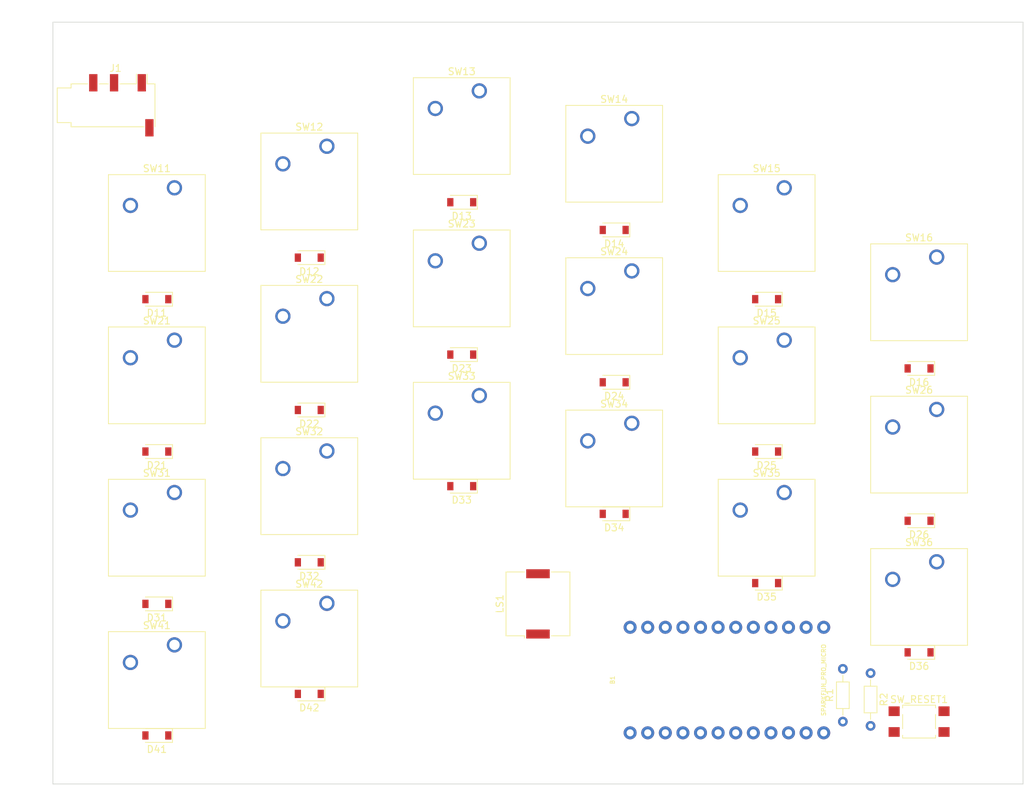
<source format=kicad_pcb>
(kicad_pcb (version 20171130) (host pcbnew "(5.0.1)-4")

  (general
    (thickness 1.6)
    (drawings 10)
    (tracks 0)
    (zones 0)
    (modules 46)
    (nets 43)
  )

  (page A4)
  (layers
    (0 F.Cu signal)
    (31 B.Cu signal)
    (32 B.Adhes user)
    (33 F.Adhes user)
    (34 B.Paste user)
    (35 F.Paste user)
    (36 B.SilkS user)
    (37 F.SilkS user)
    (38 B.Mask user)
    (39 F.Mask user)
    (40 Dwgs.User user)
    (41 Cmts.User user)
    (42 Eco1.User user)
    (43 Eco2.User user)
    (44 Edge.Cuts user)
    (45 Margin user)
    (46 B.CrtYd user)
    (47 F.CrtYd user)
    (48 B.Fab user)
    (49 F.Fab user)
  )

  (setup
    (last_trace_width 0.25)
    (trace_clearance 0.2)
    (zone_clearance 0.508)
    (zone_45_only no)
    (trace_min 0.2)
    (segment_width 0.2)
    (edge_width 0.1)
    (via_size 0.8)
    (via_drill 0.4)
    (via_min_size 0.4)
    (via_min_drill 0.3)
    (uvia_size 0.3)
    (uvia_drill 0.1)
    (uvias_allowed no)
    (uvia_min_size 0.2)
    (uvia_min_drill 0.1)
    (pcb_text_width 0.3)
    (pcb_text_size 1.5 1.5)
    (mod_edge_width 0.15)
    (mod_text_size 1 1)
    (mod_text_width 0.15)
    (pad_size 1.5 1.5)
    (pad_drill 0.6)
    (pad_to_mask_clearance 0)
    (solder_mask_min_width 0.25)
    (aux_axis_origin 0 0)
    (grid_origin 60.8 43.67)
    (visible_elements 7FFFFFFF)
    (pcbplotparams
      (layerselection 0x010fc_ffffffff)
      (usegerberextensions false)
      (usegerberattributes false)
      (usegerberadvancedattributes false)
      (creategerberjobfile false)
      (excludeedgelayer true)
      (linewidth 0.100000)
      (plotframeref false)
      (viasonmask false)
      (mode 1)
      (useauxorigin false)
      (hpglpennumber 1)
      (hpglpenspeed 20)
      (hpglpendiameter 15.000000)
      (psnegative false)
      (psa4output false)
      (plotreference true)
      (plotvalue true)
      (plotinvisibletext false)
      (padsonsilk false)
      (subtractmaskfromsilk false)
      (outputformat 1)
      (mirror false)
      (drillshape 1)
      (scaleselection 1)
      (outputdirectory ""))
  )

  (net 0 "")
  (net 1 "Net-(B1-Pad1)")
  (net 2 "Net-(B1-Pad2)")
  (net 3 GND)
  (net 4 "Net-(B1-Pad5)")
  (net 5 "Net-(B1-Pad6)")
  (net 6 "Net-(B1-Pad7)")
  (net 7 /SPEAKER)
  (net 8 /ROW1)
  (net 9 /ROW2)
  (net 10 /ROW3)
  (net 11 /ROW4)
  (net 12 /COL6)
  (net 13 /COL5)
  (net 14 /COL4)
  (net 15 /COL3)
  (net 16 /COL2)
  (net 17 /COL1)
  (net 18 "Net-(B1-Pad19)")
  (net 19 "Net-(B1-Pad20)")
  (net 20 VCC)
  (net 21 "Net-(B1-Pad22)")
  (net 22 "Net-(B1-Pad24)")
  (net 23 "Net-(D11-Pad1)")
  (net 24 "Net-(D12-Pad1)")
  (net 25 "Net-(D13-Pad1)")
  (net 26 "Net-(D14-Pad1)")
  (net 27 "Net-(D15-Pad1)")
  (net 28 "Net-(D16-Pad1)")
  (net 29 "Net-(D21-Pad1)")
  (net 30 "Net-(D22-Pad1)")
  (net 31 "Net-(D23-Pad1)")
  (net 32 "Net-(D24-Pad1)")
  (net 33 "Net-(D25-Pad1)")
  (net 34 "Net-(D26-Pad1)")
  (net 35 "Net-(D31-Pad1)")
  (net 36 "Net-(D32-Pad1)")
  (net 37 "Net-(D33-Pad1)")
  (net 38 "Net-(D34-Pad1)")
  (net 39 "Net-(D35-Pad1)")
  (net 40 "Net-(D36-Pad1)")
  (net 41 "Net-(D41-Pad1)")
  (net 42 "Net-(D42-Pad1)")

  (net_class Default "これはデフォルトのネット クラスです。"
    (clearance 0.2)
    (trace_width 0.25)
    (via_dia 0.8)
    (via_drill 0.4)
    (uvia_dia 0.3)
    (uvia_drill 0.1)
    (add_net /COL1)
    (add_net /COL2)
    (add_net /COL3)
    (add_net /COL4)
    (add_net /COL5)
    (add_net /COL6)
    (add_net /ROW1)
    (add_net /ROW2)
    (add_net /ROW3)
    (add_net /ROW4)
    (add_net /SPEAKER)
    (add_net GND)
    (add_net "Net-(B1-Pad1)")
    (add_net "Net-(B1-Pad19)")
    (add_net "Net-(B1-Pad2)")
    (add_net "Net-(B1-Pad20)")
    (add_net "Net-(B1-Pad22)")
    (add_net "Net-(B1-Pad24)")
    (add_net "Net-(B1-Pad5)")
    (add_net "Net-(B1-Pad6)")
    (add_net "Net-(B1-Pad7)")
    (add_net "Net-(D11-Pad1)")
    (add_net "Net-(D12-Pad1)")
    (add_net "Net-(D13-Pad1)")
    (add_net "Net-(D14-Pad1)")
    (add_net "Net-(D15-Pad1)")
    (add_net "Net-(D16-Pad1)")
    (add_net "Net-(D21-Pad1)")
    (add_net "Net-(D22-Pad1)")
    (add_net "Net-(D23-Pad1)")
    (add_net "Net-(D24-Pad1)")
    (add_net "Net-(D25-Pad1)")
    (add_net "Net-(D26-Pad1)")
    (add_net "Net-(D31-Pad1)")
    (add_net "Net-(D32-Pad1)")
    (add_net "Net-(D33-Pad1)")
    (add_net "Net-(D34-Pad1)")
    (add_net "Net-(D35-Pad1)")
    (add_net "Net-(D36-Pad1)")
    (add_net "Net-(D41-Pad1)")
    (add_net "Net-(D42-Pad1)")
    (add_net VCC)
  )

  (module Button_Switch_Keyboard:SW_Cherry_MX1A_1.00u_Plate (layer F.Cu) (tedit 5A02FE24) (tstamp 5C05E861)
    (at 188.34 121.59)
    (descr "Cherry MX keyswitch, MX1A, 1.00u, plate mount, http://cherryamericas.com/wp-content/uploads/2014/12/mx_cat.pdf")
    (tags "cherry mx keyswitch MX1A 1.00u plate")
    (path /5BF72FE5)
    (fp_text reference SW36 (at -2.54 -2.794) (layer F.SilkS)
      (effects (font (size 1 1) (thickness 0.15)))
    )
    (fp_text value SW_Push (at -2.54 12.954) (layer F.Fab)
      (effects (font (size 1 1) (thickness 0.15)))
    )
    (fp_line (start -9.525 12.065) (end -9.525 -1.905) (layer F.SilkS) (width 0.12))
    (fp_line (start 4.445 12.065) (end -9.525 12.065) (layer F.SilkS) (width 0.12))
    (fp_line (start 4.445 -1.905) (end 4.445 12.065) (layer F.SilkS) (width 0.12))
    (fp_line (start -9.525 -1.905) (end 4.445 -1.905) (layer F.SilkS) (width 0.12))
    (fp_line (start -12.065 14.605) (end -12.065 -4.445) (layer Dwgs.User) (width 0.15))
    (fp_line (start 6.985 14.605) (end -12.065 14.605) (layer Dwgs.User) (width 0.15))
    (fp_line (start 6.985 -4.445) (end 6.985 14.605) (layer Dwgs.User) (width 0.15))
    (fp_line (start -12.065 -4.445) (end 6.985 -4.445) (layer Dwgs.User) (width 0.15))
    (fp_line (start -9.14 -1.52) (end 4.06 -1.52) (layer F.CrtYd) (width 0.05))
    (fp_line (start 4.06 -1.52) (end 4.06 11.68) (layer F.CrtYd) (width 0.05))
    (fp_line (start 4.06 11.68) (end -9.14 11.68) (layer F.CrtYd) (width 0.05))
    (fp_line (start -9.14 11.68) (end -9.14 -1.52) (layer F.CrtYd) (width 0.05))
    (fp_line (start -8.89 11.43) (end -8.89 -1.27) (layer F.Fab) (width 0.15))
    (fp_line (start 3.81 11.43) (end -8.89 11.43) (layer F.Fab) (width 0.15))
    (fp_line (start 3.81 -1.27) (end 3.81 11.43) (layer F.Fab) (width 0.15))
    (fp_line (start -8.89 -1.27) (end 3.81 -1.27) (layer F.Fab) (width 0.15))
    (fp_text user %R (at -2.54 -2.794) (layer F.Fab)
      (effects (font (size 1 1) (thickness 0.15)))
    )
    (pad "" np_thru_hole circle (at -2.54 5.08) (size 4 4) (drill 4) (layers *.Cu *.Mask))
    (pad 2 thru_hole circle (at -6.35 2.54) (size 2.2 2.2) (drill 1.5) (layers *.Cu *.Mask)
      (net 10 /ROW3))
    (pad 1 thru_hole circle (at 0 0) (size 2.2 2.2) (drill 1.5) (layers *.Cu *.Mask)
      (net 40 "Net-(D36-Pad1)"))
    (model ${KISYS3DMOD}/Button_Switch_Keyboard.3dshapes/SW_Cherry_MX1A_1.00u_Plate.wrl
      (at (xyz 0 0 0))
      (scale (xyz 1 1 1))
      (rotate (xyz 0 0 0))
    )
  )

  (module Button_Switch_Keyboard:SW_Cherry_MX1A_1.00u_Plate (layer F.Cu) (tedit 5A02FE24) (tstamp 5C05E891)
    (at 100.34 127.59)
    (descr "Cherry MX keyswitch, MX1A, 1.00u, plate mount, http://cherryamericas.com/wp-content/uploads/2014/12/mx_cat.pdf")
    (tags "cherry mx keyswitch MX1A 1.00u plate")
    (path /5BF7241B)
    (fp_text reference SW42 (at -2.54 -2.794) (layer F.SilkS)
      (effects (font (size 1 1) (thickness 0.15)))
    )
    (fp_text value SW_Push (at -2.54 12.954) (layer F.Fab)
      (effects (font (size 1 1) (thickness 0.15)))
    )
    (fp_text user %R (at -2.54 -2.794) (layer F.Fab)
      (effects (font (size 1 1) (thickness 0.15)))
    )
    (fp_line (start -8.89 -1.27) (end 3.81 -1.27) (layer F.Fab) (width 0.15))
    (fp_line (start 3.81 -1.27) (end 3.81 11.43) (layer F.Fab) (width 0.15))
    (fp_line (start 3.81 11.43) (end -8.89 11.43) (layer F.Fab) (width 0.15))
    (fp_line (start -8.89 11.43) (end -8.89 -1.27) (layer F.Fab) (width 0.15))
    (fp_line (start -9.14 11.68) (end -9.14 -1.52) (layer F.CrtYd) (width 0.05))
    (fp_line (start 4.06 11.68) (end -9.14 11.68) (layer F.CrtYd) (width 0.05))
    (fp_line (start 4.06 -1.52) (end 4.06 11.68) (layer F.CrtYd) (width 0.05))
    (fp_line (start -9.14 -1.52) (end 4.06 -1.52) (layer F.CrtYd) (width 0.05))
    (fp_line (start -12.065 -4.445) (end 6.985 -4.445) (layer Dwgs.User) (width 0.15))
    (fp_line (start 6.985 -4.445) (end 6.985 14.605) (layer Dwgs.User) (width 0.15))
    (fp_line (start 6.985 14.605) (end -12.065 14.605) (layer Dwgs.User) (width 0.15))
    (fp_line (start -12.065 14.605) (end -12.065 -4.445) (layer Dwgs.User) (width 0.15))
    (fp_line (start -9.525 -1.905) (end 4.445 -1.905) (layer F.SilkS) (width 0.12))
    (fp_line (start 4.445 -1.905) (end 4.445 12.065) (layer F.SilkS) (width 0.12))
    (fp_line (start 4.445 12.065) (end -9.525 12.065) (layer F.SilkS) (width 0.12))
    (fp_line (start -9.525 12.065) (end -9.525 -1.905) (layer F.SilkS) (width 0.12))
    (pad 1 thru_hole circle (at 0 0) (size 2.2 2.2) (drill 1.5) (layers *.Cu *.Mask)
      (net 42 "Net-(D42-Pad1)"))
    (pad 2 thru_hole circle (at -6.35 2.54) (size 2.2 2.2) (drill 1.5) (layers *.Cu *.Mask)
      (net 11 /ROW4))
    (pad "" np_thru_hole circle (at -2.54 5.08) (size 4 4) (drill 4) (layers *.Cu *.Mask))
    (model ${KISYS3DMOD}/Button_Switch_Keyboard.3dshapes/SW_Cherry_MX1A_1.00u_Plate.wrl
      (at (xyz 0 0 0))
      (scale (xyz 1 1 1))
      (rotate (xyz 0 0 0))
    )
  )

  (module Button_Switch_Keyboard:SW_Cherry_MX1A_1.00u_Plate (layer F.Cu) (tedit 5A02FE24) (tstamp 5C05E879)
    (at 78.34 133.59)
    (descr "Cherry MX keyswitch, MX1A, 1.00u, plate mount, http://cherryamericas.com/wp-content/uploads/2014/12/mx_cat.pdf")
    (tags "cherry mx keyswitch MX1A 1.00u plate")
    (path /5BF7240D)
    (fp_text reference SW41 (at -2.54 -2.794) (layer F.SilkS)
      (effects (font (size 1 1) (thickness 0.15)))
    )
    (fp_text value SW_Push (at -2.54 12.954) (layer F.Fab)
      (effects (font (size 1 1) (thickness 0.15)))
    )
    (fp_line (start -9.525 12.065) (end -9.525 -1.905) (layer F.SilkS) (width 0.12))
    (fp_line (start 4.445 12.065) (end -9.525 12.065) (layer F.SilkS) (width 0.12))
    (fp_line (start 4.445 -1.905) (end 4.445 12.065) (layer F.SilkS) (width 0.12))
    (fp_line (start -9.525 -1.905) (end 4.445 -1.905) (layer F.SilkS) (width 0.12))
    (fp_line (start -12.065 14.605) (end -12.065 -4.445) (layer Dwgs.User) (width 0.15))
    (fp_line (start 6.985 14.605) (end -12.065 14.605) (layer Dwgs.User) (width 0.15))
    (fp_line (start 6.985 -4.445) (end 6.985 14.605) (layer Dwgs.User) (width 0.15))
    (fp_line (start -12.065 -4.445) (end 6.985 -4.445) (layer Dwgs.User) (width 0.15))
    (fp_line (start -9.14 -1.52) (end 4.06 -1.52) (layer F.CrtYd) (width 0.05))
    (fp_line (start 4.06 -1.52) (end 4.06 11.68) (layer F.CrtYd) (width 0.05))
    (fp_line (start 4.06 11.68) (end -9.14 11.68) (layer F.CrtYd) (width 0.05))
    (fp_line (start -9.14 11.68) (end -9.14 -1.52) (layer F.CrtYd) (width 0.05))
    (fp_line (start -8.89 11.43) (end -8.89 -1.27) (layer F.Fab) (width 0.15))
    (fp_line (start 3.81 11.43) (end -8.89 11.43) (layer F.Fab) (width 0.15))
    (fp_line (start 3.81 -1.27) (end 3.81 11.43) (layer F.Fab) (width 0.15))
    (fp_line (start -8.89 -1.27) (end 3.81 -1.27) (layer F.Fab) (width 0.15))
    (fp_text user %R (at -2.54 -2.794) (layer F.Fab)
      (effects (font (size 1 1) (thickness 0.15)))
    )
    (pad "" np_thru_hole circle (at -2.54 5.08) (size 4 4) (drill 4) (layers *.Cu *.Mask))
    (pad 2 thru_hole circle (at -6.35 2.54) (size 2.2 2.2) (drill 1.5) (layers *.Cu *.Mask)
      (net 11 /ROW4))
    (pad 1 thru_hole circle (at 0 0) (size 2.2 2.2) (drill 1.5) (layers *.Cu *.Mask)
      (net 41 "Net-(D41-Pad1)"))
    (model ${KISYS3DMOD}/Button_Switch_Keyboard.3dshapes/SW_Cherry_MX1A_1.00u_Plate.wrl
      (at (xyz 0 0 0))
      (scale (xyz 1 1 1))
      (rotate (xyz 0 0 0))
    )
  )

  (module Button_Switch_SMD:SW_SPST_TL3305A (layer F.Cu) (tedit 5ABC3A97) (tstamp 5C05E8BB)
    (at 185.8 144.67)
    (descr https://www.e-switch.com/system/asset/product_line/data_sheet/213/TL3305.pdf)
    (tags "TL3305 Series Tact Switch")
    (path /5BF8FEF5)
    (attr smd)
    (fp_text reference SW_RESET1 (at 0 -3.2) (layer F.SilkS)
      (effects (font (size 1 1) (thickness 0.15)))
    )
    (fp_text value SW_Push (at 0 3.2) (layer F.Fab)
      (effects (font (size 1 1) (thickness 0.15)))
    )
    (fp_line (start -3 1.15) (end -3 1.85) (layer F.Fab) (width 0.1))
    (fp_line (start -3 -1.85) (end -3 -1.15) (layer F.Fab) (width 0.1))
    (fp_line (start 3 1.15) (end 3 1.85) (layer F.Fab) (width 0.1))
    (fp_line (start 3 -1.85) (end 3 -1.15) (layer F.Fab) (width 0.1))
    (fp_line (start -3.75 1.85) (end -2.25 1.85) (layer F.Fab) (width 0.1))
    (fp_line (start -3.75 1.15) (end -3.75 1.85) (layer F.Fab) (width 0.1))
    (fp_line (start -2.25 1.15) (end -3.75 1.15) (layer F.Fab) (width 0.1))
    (fp_line (start -3.75 -1.15) (end -2.25 -1.15) (layer F.Fab) (width 0.1))
    (fp_line (start -3.75 -1.85) (end -3.75 -1.15) (layer F.Fab) (width 0.1))
    (fp_line (start -2.25 -1.85) (end -3.75 -1.85) (layer F.Fab) (width 0.1))
    (fp_line (start 3.75 1.85) (end 2.25 1.85) (layer F.Fab) (width 0.1))
    (fp_line (start 3.75 1.15) (end 3.75 1.85) (layer F.Fab) (width 0.1))
    (fp_line (start 2.25 1.15) (end 3.75 1.15) (layer F.Fab) (width 0.1))
    (fp_line (start 3.75 -1.85) (end 2.25 -1.85) (layer F.Fab) (width 0.1))
    (fp_line (start 3.75 -1.15) (end 3.75 -1.85) (layer F.Fab) (width 0.1))
    (fp_line (start 2.25 -1.15) (end 3.75 -1.15) (layer F.Fab) (width 0.1))
    (fp_circle (center 0 0) (end 1.25 0) (layer F.Fab) (width 0.1))
    (fp_line (start -2.25 2.25) (end -2.25 -2.25) (layer F.Fab) (width 0.1))
    (fp_line (start 2.25 2.25) (end -2.25 2.25) (layer F.Fab) (width 0.1))
    (fp_line (start 2.25 -2.25) (end 2.25 2.25) (layer F.Fab) (width 0.1))
    (fp_line (start -2.25 -2.25) (end 2.25 -2.25) (layer F.Fab) (width 0.1))
    (fp_text user %R (at 0 0) (layer F.Fab)
      (effects (font (size 0.5 0.5) (thickness 0.075)))
    )
    (fp_line (start -2.37 -2.37) (end 2.37 -2.37) (layer F.SilkS) (width 0.12))
    (fp_line (start -2.37 -2.37) (end -2.37 -1.97) (layer F.SilkS) (width 0.12))
    (fp_line (start 2.37 -2.37) (end 2.37 -1.97) (layer F.SilkS) (width 0.12))
    (fp_line (start -2.37 2.37) (end -2.37 1.97) (layer F.SilkS) (width 0.12))
    (fp_line (start -2.37 2.37) (end 2.37 2.37) (layer F.SilkS) (width 0.12))
    (fp_line (start 2.37 2.37) (end 2.37 1.97) (layer F.SilkS) (width 0.12))
    (fp_line (start 2.37 1.03) (end 2.37 -1.03) (layer F.SilkS) (width 0.12))
    (fp_line (start -2.37 1.03) (end -2.37 -1.03) (layer F.SilkS) (width 0.12))
    (fp_line (start 4.65 -2.5) (end 4.65 2.5) (layer F.CrtYd) (width 0.05))
    (fp_line (start 4.65 2.5) (end -4.65 2.5) (layer F.CrtYd) (width 0.05))
    (fp_line (start -4.65 2.5) (end -4.65 -2.5) (layer F.CrtYd) (width 0.05))
    (fp_line (start -4.65 -2.5) (end 4.65 -2.5) (layer F.CrtYd) (width 0.05))
    (pad 1 smd rect (at 3.6 -1.5) (size 1.6 1.4) (layers F.Cu F.Paste F.Mask)
      (net 21 "Net-(B1-Pad22)"))
    (pad 1 smd rect (at -3.6 -1.5) (size 1.6 1.4) (layers F.Cu F.Paste F.Mask)
      (net 21 "Net-(B1-Pad22)"))
    (pad 2 smd rect (at 3.6 1.5) (size 1.6 1.4) (layers F.Cu F.Paste F.Mask)
      (net 3 GND))
    (pad 2 smd rect (at -3.6 1.5) (size 1.6 1.4) (layers F.Cu F.Paste F.Mask)
      (net 3 GND))
    (model ${KISYS3DMOD}/Button_Switch_SMD.3dshapes/SW_SPST_TL3305A.wrl
      (at (xyz 0 0 0))
      (scale (xyz 1 1 1))
      (rotate (xyz 0 0 0))
    )
  )

  (module Diode_SMD:D_SOD-123 (layer F.Cu) (tedit 58645DC7) (tstamp 5C05E4AF)
    (at 141.8 73.67 180)
    (descr SOD-123)
    (tags SOD-123)
    (path /5BF729A0)
    (attr smd)
    (fp_text reference D14 (at 0 -2 180) (layer F.SilkS)
      (effects (font (size 1 1) (thickness 0.15)))
    )
    (fp_text value DIODE (at 0 2.1 180) (layer F.Fab)
      (effects (font (size 1 1) (thickness 0.15)))
    )
    (fp_line (start -2.25 -1) (end 1.65 -1) (layer F.SilkS) (width 0.12))
    (fp_line (start -2.25 1) (end 1.65 1) (layer F.SilkS) (width 0.12))
    (fp_line (start -2.35 -1.15) (end -2.35 1.15) (layer F.CrtYd) (width 0.05))
    (fp_line (start 2.35 1.15) (end -2.35 1.15) (layer F.CrtYd) (width 0.05))
    (fp_line (start 2.35 -1.15) (end 2.35 1.15) (layer F.CrtYd) (width 0.05))
    (fp_line (start -2.35 -1.15) (end 2.35 -1.15) (layer F.CrtYd) (width 0.05))
    (fp_line (start -1.4 -0.9) (end 1.4 -0.9) (layer F.Fab) (width 0.1))
    (fp_line (start 1.4 -0.9) (end 1.4 0.9) (layer F.Fab) (width 0.1))
    (fp_line (start 1.4 0.9) (end -1.4 0.9) (layer F.Fab) (width 0.1))
    (fp_line (start -1.4 0.9) (end -1.4 -0.9) (layer F.Fab) (width 0.1))
    (fp_line (start -0.75 0) (end -0.35 0) (layer F.Fab) (width 0.1))
    (fp_line (start -0.35 0) (end -0.35 -0.55) (layer F.Fab) (width 0.1))
    (fp_line (start -0.35 0) (end -0.35 0.55) (layer F.Fab) (width 0.1))
    (fp_line (start -0.35 0) (end 0.25 -0.4) (layer F.Fab) (width 0.1))
    (fp_line (start 0.25 -0.4) (end 0.25 0.4) (layer F.Fab) (width 0.1))
    (fp_line (start 0.25 0.4) (end -0.35 0) (layer F.Fab) (width 0.1))
    (fp_line (start 0.25 0) (end 0.75 0) (layer F.Fab) (width 0.1))
    (fp_line (start -2.25 -1) (end -2.25 1) (layer F.SilkS) (width 0.12))
    (fp_text user %R (at 0 -2 180) (layer F.Fab)
      (effects (font (size 1 1) (thickness 0.15)))
    )
    (pad 2 smd rect (at 1.65 0 180) (size 0.9 1.2) (layers F.Cu F.Paste F.Mask)
      (net 14 /COL4))
    (pad 1 smd rect (at -1.65 0 180) (size 0.9 1.2) (layers F.Cu F.Paste F.Mask)
      (net 26 "Net-(D14-Pad1)"))
    (model ${KISYS3DMOD}/Diode_SMD.3dshapes/D_SOD-123.wrl
      (at (xyz 0 0 0))
      (scale (xyz 1 1 1))
      (rotate (xyz 0 0 0))
    )
  )

  (module Boards:SPARKFUN_PRO_MICRO (layer F.Cu) (tedit 200000) (tstamp 5C05E44B)
    (at 156.8 138.67 90)
    (descr "SPARKFUN PRO MICO FOOTPRINT (WITH USB CONNECTOR)")
    (tags "SPARKFUN PRO MICO FOOTPRINT (WITH USB CONNECTOR)")
    (path /5BEA722F)
    (attr virtual)
    (fp_text reference B1 (at 0 -15.24 90) (layer F.SilkS)
      (effects (font (size 0.6096 0.6096) (thickness 0.127)))
    )
    (fp_text value SPARKFUN_PRO_MICRO (at 0 15.24 90) (layer F.SilkS)
      (effects (font (size 0.6096 0.6096) (thickness 0.127)))
    )
    (fp_line (start -8.89 -16.51) (end -8.89 16.51) (layer Dwgs.User) (width 0.127))
    (fp_line (start -8.89 16.51) (end 8.89 16.51) (layer Dwgs.User) (width 0.127))
    (fp_line (start 8.89 16.51) (end 8.89 -16.51) (layer Dwgs.User) (width 0.127))
    (fp_line (start 8.89 -16.51) (end -8.89 -16.51) (layer Dwgs.User) (width 0.127))
    (fp_line (start -3.81 -16.51) (end -3.81 -17.78) (layer Dwgs.User) (width 0.127))
    (fp_line (start -3.81 -17.78) (end 3.81 -17.78) (layer Dwgs.User) (width 0.127))
    (fp_line (start 3.81 -17.78) (end 3.81 -16.51) (layer Dwgs.User) (width 0.127))
    (fp_text user USB (at -0.0508 -16.9164 90) (layer Dwgs.User)
      (effects (font (size 0.8128 0.8128) (thickness 0.1524)))
    )
    (pad 1 thru_hole circle (at -7.62 -12.7 90) (size 1.8796 1.8796) (drill 1.016) (layers *.Cu *.Mask)
      (net 1 "Net-(B1-Pad1)") (solder_mask_margin 0.1016))
    (pad 2 thru_hole circle (at -7.62 -10.16 90) (size 1.8796 1.8796) (drill 1.016) (layers *.Cu *.Mask)
      (net 2 "Net-(B1-Pad2)") (solder_mask_margin 0.1016))
    (pad 3 thru_hole circle (at -7.62 -7.62 90) (size 1.8796 1.8796) (drill 1.016) (layers *.Cu *.Mask)
      (net 3 GND) (solder_mask_margin 0.1016))
    (pad 4 thru_hole circle (at -7.62 -5.08 90) (size 1.8796 1.8796) (drill 1.016) (layers *.Cu *.Mask)
      (net 3 GND) (solder_mask_margin 0.1016))
    (pad 5 thru_hole circle (at -7.62 -2.54 90) (size 1.8796 1.8796) (drill 1.016) (layers *.Cu *.Mask)
      (net 4 "Net-(B1-Pad5)") (solder_mask_margin 0.1016))
    (pad 6 thru_hole circle (at -7.62 0 90) (size 1.8796 1.8796) (drill 1.016) (layers *.Cu *.Mask)
      (net 5 "Net-(B1-Pad6)") (solder_mask_margin 0.1016))
    (pad 7 thru_hole circle (at -7.62 2.54 90) (size 1.8796 1.8796) (drill 1.016) (layers *.Cu *.Mask)
      (net 6 "Net-(B1-Pad7)") (solder_mask_margin 0.1016))
    (pad 8 thru_hole circle (at -7.62 5.08 90) (size 1.8796 1.8796) (drill 1.016) (layers *.Cu *.Mask)
      (net 7 /SPEAKER) (solder_mask_margin 0.1016))
    (pad 9 thru_hole circle (at -7.62 7.62 90) (size 1.8796 1.8796) (drill 1.016) (layers *.Cu *.Mask)
      (net 8 /ROW1) (solder_mask_margin 0.1016))
    (pad 10 thru_hole circle (at -7.62 10.16 90) (size 1.8796 1.8796) (drill 1.016) (layers *.Cu *.Mask)
      (net 9 /ROW2) (solder_mask_margin 0.1016))
    (pad 11 thru_hole circle (at -7.62 12.7 90) (size 1.8796 1.8796) (drill 1.016) (layers *.Cu *.Mask)
      (net 10 /ROW3) (solder_mask_margin 0.1016))
    (pad 12 thru_hole circle (at -7.62 15.24 90) (size 1.8796 1.8796) (drill 1.016) (layers *.Cu *.Mask)
      (net 11 /ROW4) (solder_mask_margin 0.1016))
    (pad 13 thru_hole circle (at 7.62 15.24 90) (size 1.8796 1.8796) (drill 1.016) (layers *.Cu *.Mask)
      (net 12 /COL6) (solder_mask_margin 0.1016))
    (pad 14 thru_hole circle (at 7.62 12.7 90) (size 1.8796 1.8796) (drill 1.016) (layers *.Cu *.Mask)
      (net 13 /COL5) (solder_mask_margin 0.1016))
    (pad 15 thru_hole circle (at 7.62 10.16 90) (size 1.8796 1.8796) (drill 1.016) (layers *.Cu *.Mask)
      (net 14 /COL4) (solder_mask_margin 0.1016))
    (pad 16 thru_hole circle (at 7.62 7.62 90) (size 1.8796 1.8796) (drill 1.016) (layers *.Cu *.Mask)
      (net 15 /COL3) (solder_mask_margin 0.1016))
    (pad 17 thru_hole circle (at 7.62 5.08 90) (size 1.8796 1.8796) (drill 1.016) (layers *.Cu *.Mask)
      (net 16 /COL2) (solder_mask_margin 0.1016))
    (pad 18 thru_hole circle (at 7.62 2.54 90) (size 1.8796 1.8796) (drill 1.016) (layers *.Cu *.Mask)
      (net 17 /COL1) (solder_mask_margin 0.1016))
    (pad 19 thru_hole circle (at 7.62 0 90) (size 1.8796 1.8796) (drill 1.016) (layers *.Cu *.Mask)
      (net 18 "Net-(B1-Pad19)") (solder_mask_margin 0.1016))
    (pad 20 thru_hole circle (at 7.62 -2.54 90) (size 1.8796 1.8796) (drill 1.016) (layers *.Cu *.Mask)
      (net 19 "Net-(B1-Pad20)") (solder_mask_margin 0.1016))
    (pad 21 thru_hole circle (at 7.62 -5.08 90) (size 1.8796 1.8796) (drill 1.016) (layers *.Cu *.Mask)
      (net 20 VCC) (solder_mask_margin 0.1016))
    (pad 22 thru_hole circle (at 7.62 -7.62 90) (size 1.8796 1.8796) (drill 1.016) (layers *.Cu *.Mask)
      (net 21 "Net-(B1-Pad22)") (solder_mask_margin 0.1016))
    (pad 23 thru_hole circle (at 7.62 -10.16 90) (size 1.8796 1.8796) (drill 1.016) (layers *.Cu *.Mask)
      (net 3 GND) (solder_mask_margin 0.1016))
    (pad 24 thru_hole circle (at 7.62 -12.7 90) (size 1.8796 1.8796) (drill 1.016) (layers *.Cu *.Mask)
      (net 22 "Net-(B1-Pad24)") (solder_mask_margin 0.1016))
  )

  (module Diode_SMD:D_SOD-123 (layer F.Cu) (tedit 58645DC7) (tstamp 5C05E464)
    (at 75.8 83.67 180)
    (descr SOD-123)
    (tags SOD-123)
    (path /5BEA741C)
    (attr smd)
    (fp_text reference D11 (at 0 -2 180) (layer F.SilkS)
      (effects (font (size 1 1) (thickness 0.15)))
    )
    (fp_text value DIODE (at 0 2.1 180) (layer F.Fab)
      (effects (font (size 1 1) (thickness 0.15)))
    )
    (fp_text user %R (at 0 -2 180) (layer F.Fab)
      (effects (font (size 1 1) (thickness 0.15)))
    )
    (fp_line (start -2.25 -1) (end -2.25 1) (layer F.SilkS) (width 0.12))
    (fp_line (start 0.25 0) (end 0.75 0) (layer F.Fab) (width 0.1))
    (fp_line (start 0.25 0.4) (end -0.35 0) (layer F.Fab) (width 0.1))
    (fp_line (start 0.25 -0.4) (end 0.25 0.4) (layer F.Fab) (width 0.1))
    (fp_line (start -0.35 0) (end 0.25 -0.4) (layer F.Fab) (width 0.1))
    (fp_line (start -0.35 0) (end -0.35 0.55) (layer F.Fab) (width 0.1))
    (fp_line (start -0.35 0) (end -0.35 -0.55) (layer F.Fab) (width 0.1))
    (fp_line (start -0.75 0) (end -0.35 0) (layer F.Fab) (width 0.1))
    (fp_line (start -1.4 0.9) (end -1.4 -0.9) (layer F.Fab) (width 0.1))
    (fp_line (start 1.4 0.9) (end -1.4 0.9) (layer F.Fab) (width 0.1))
    (fp_line (start 1.4 -0.9) (end 1.4 0.9) (layer F.Fab) (width 0.1))
    (fp_line (start -1.4 -0.9) (end 1.4 -0.9) (layer F.Fab) (width 0.1))
    (fp_line (start -2.35 -1.15) (end 2.35 -1.15) (layer F.CrtYd) (width 0.05))
    (fp_line (start 2.35 -1.15) (end 2.35 1.15) (layer F.CrtYd) (width 0.05))
    (fp_line (start 2.35 1.15) (end -2.35 1.15) (layer F.CrtYd) (width 0.05))
    (fp_line (start -2.35 -1.15) (end -2.35 1.15) (layer F.CrtYd) (width 0.05))
    (fp_line (start -2.25 1) (end 1.65 1) (layer F.SilkS) (width 0.12))
    (fp_line (start -2.25 -1) (end 1.65 -1) (layer F.SilkS) (width 0.12))
    (pad 1 smd rect (at -1.65 0 180) (size 0.9 1.2) (layers F.Cu F.Paste F.Mask)
      (net 23 "Net-(D11-Pad1)"))
    (pad 2 smd rect (at 1.65 0 180) (size 0.9 1.2) (layers F.Cu F.Paste F.Mask)
      (net 17 /COL1))
    (model ${KISYS3DMOD}/Diode_SMD.3dshapes/D_SOD-123.wrl
      (at (xyz 0 0 0))
      (scale (xyz 1 1 1))
      (rotate (xyz 0 0 0))
    )
  )

  (module Diode_SMD:D_SOD-123 (layer F.Cu) (tedit 58645DC7) (tstamp 5C05E47D)
    (at 97.8 77.67 180)
    (descr SOD-123)
    (tags SOD-123)
    (path /5BF71BF0)
    (attr smd)
    (fp_text reference D12 (at 0 -2 180) (layer F.SilkS)
      (effects (font (size 1 1) (thickness 0.15)))
    )
    (fp_text value DIODE (at 0 2.1 180) (layer F.Fab)
      (effects (font (size 1 1) (thickness 0.15)))
    )
    (fp_line (start -2.25 -1) (end 1.65 -1) (layer F.SilkS) (width 0.12))
    (fp_line (start -2.25 1) (end 1.65 1) (layer F.SilkS) (width 0.12))
    (fp_line (start -2.35 -1.15) (end -2.35 1.15) (layer F.CrtYd) (width 0.05))
    (fp_line (start 2.35 1.15) (end -2.35 1.15) (layer F.CrtYd) (width 0.05))
    (fp_line (start 2.35 -1.15) (end 2.35 1.15) (layer F.CrtYd) (width 0.05))
    (fp_line (start -2.35 -1.15) (end 2.35 -1.15) (layer F.CrtYd) (width 0.05))
    (fp_line (start -1.4 -0.9) (end 1.4 -0.9) (layer F.Fab) (width 0.1))
    (fp_line (start 1.4 -0.9) (end 1.4 0.9) (layer F.Fab) (width 0.1))
    (fp_line (start 1.4 0.9) (end -1.4 0.9) (layer F.Fab) (width 0.1))
    (fp_line (start -1.4 0.9) (end -1.4 -0.9) (layer F.Fab) (width 0.1))
    (fp_line (start -0.75 0) (end -0.35 0) (layer F.Fab) (width 0.1))
    (fp_line (start -0.35 0) (end -0.35 -0.55) (layer F.Fab) (width 0.1))
    (fp_line (start -0.35 0) (end -0.35 0.55) (layer F.Fab) (width 0.1))
    (fp_line (start -0.35 0) (end 0.25 -0.4) (layer F.Fab) (width 0.1))
    (fp_line (start 0.25 -0.4) (end 0.25 0.4) (layer F.Fab) (width 0.1))
    (fp_line (start 0.25 0.4) (end -0.35 0) (layer F.Fab) (width 0.1))
    (fp_line (start 0.25 0) (end 0.75 0) (layer F.Fab) (width 0.1))
    (fp_line (start -2.25 -1) (end -2.25 1) (layer F.SilkS) (width 0.12))
    (fp_text user %R (at 0 -2 180) (layer F.Fab)
      (effects (font (size 1 1) (thickness 0.15)))
    )
    (pad 2 smd rect (at 1.65 0 180) (size 0.9 1.2) (layers F.Cu F.Paste F.Mask)
      (net 16 /COL2))
    (pad 1 smd rect (at -1.65 0 180) (size 0.9 1.2) (layers F.Cu F.Paste F.Mask)
      (net 24 "Net-(D12-Pad1)"))
    (model ${KISYS3DMOD}/Diode_SMD.3dshapes/D_SOD-123.wrl
      (at (xyz 0 0 0))
      (scale (xyz 1 1 1))
      (rotate (xyz 0 0 0))
    )
  )

  (module Diode_SMD:D_SOD-123 (layer F.Cu) (tedit 58645DC7) (tstamp 5C05E496)
    (at 119.8 69.67 180)
    (descr SOD-123)
    (tags SOD-123)
    (path /5BF72992)
    (attr smd)
    (fp_text reference D13 (at 0 -2 180) (layer F.SilkS)
      (effects (font (size 1 1) (thickness 0.15)))
    )
    (fp_text value DIODE (at 0 2.1 180) (layer F.Fab)
      (effects (font (size 1 1) (thickness 0.15)))
    )
    (fp_line (start -2.25 -1) (end 1.65 -1) (layer F.SilkS) (width 0.12))
    (fp_line (start -2.25 1) (end 1.65 1) (layer F.SilkS) (width 0.12))
    (fp_line (start -2.35 -1.15) (end -2.35 1.15) (layer F.CrtYd) (width 0.05))
    (fp_line (start 2.35 1.15) (end -2.35 1.15) (layer F.CrtYd) (width 0.05))
    (fp_line (start 2.35 -1.15) (end 2.35 1.15) (layer F.CrtYd) (width 0.05))
    (fp_line (start -2.35 -1.15) (end 2.35 -1.15) (layer F.CrtYd) (width 0.05))
    (fp_line (start -1.4 -0.9) (end 1.4 -0.9) (layer F.Fab) (width 0.1))
    (fp_line (start 1.4 -0.9) (end 1.4 0.9) (layer F.Fab) (width 0.1))
    (fp_line (start 1.4 0.9) (end -1.4 0.9) (layer F.Fab) (width 0.1))
    (fp_line (start -1.4 0.9) (end -1.4 -0.9) (layer F.Fab) (width 0.1))
    (fp_line (start -0.75 0) (end -0.35 0) (layer F.Fab) (width 0.1))
    (fp_line (start -0.35 0) (end -0.35 -0.55) (layer F.Fab) (width 0.1))
    (fp_line (start -0.35 0) (end -0.35 0.55) (layer F.Fab) (width 0.1))
    (fp_line (start -0.35 0) (end 0.25 -0.4) (layer F.Fab) (width 0.1))
    (fp_line (start 0.25 -0.4) (end 0.25 0.4) (layer F.Fab) (width 0.1))
    (fp_line (start 0.25 0.4) (end -0.35 0) (layer F.Fab) (width 0.1))
    (fp_line (start 0.25 0) (end 0.75 0) (layer F.Fab) (width 0.1))
    (fp_line (start -2.25 -1) (end -2.25 1) (layer F.SilkS) (width 0.12))
    (fp_text user %R (at 0 -2 180) (layer F.Fab)
      (effects (font (size 1 1) (thickness 0.15)))
    )
    (pad 2 smd rect (at 1.65 0 180) (size 0.9 1.2) (layers F.Cu F.Paste F.Mask)
      (net 15 /COL3))
    (pad 1 smd rect (at -1.65 0 180) (size 0.9 1.2) (layers F.Cu F.Paste F.Mask)
      (net 25 "Net-(D13-Pad1)"))
    (model ${KISYS3DMOD}/Diode_SMD.3dshapes/D_SOD-123.wrl
      (at (xyz 0 0 0))
      (scale (xyz 1 1 1))
      (rotate (xyz 0 0 0))
    )
  )

  (module Button_Switch_Keyboard:SW_Cherry_MX1A_1.00u_Plate (layer F.Cu) (tedit 5A02FE24) (tstamp 5C05E7E9)
    (at 78.34 111.59)
    (descr "Cherry MX keyswitch, MX1A, 1.00u, plate mount, http://cherryamericas.com/wp-content/uploads/2014/12/mx_cat.pdf")
    (tags "cherry mx keyswitch MX1A 1.00u plate")
    (path /5BF723F1)
    (fp_text reference SW31 (at -2.54 -2.794) (layer F.SilkS)
      (effects (font (size 1 1) (thickness 0.15)))
    )
    (fp_text value SW_Push (at -2.54 12.954) (layer F.Fab)
      (effects (font (size 1 1) (thickness 0.15)))
    )
    (fp_text user %R (at -2.54 -2.794) (layer F.Fab)
      (effects (font (size 1 1) (thickness 0.15)))
    )
    (fp_line (start -8.89 -1.27) (end 3.81 -1.27) (layer F.Fab) (width 0.15))
    (fp_line (start 3.81 -1.27) (end 3.81 11.43) (layer F.Fab) (width 0.15))
    (fp_line (start 3.81 11.43) (end -8.89 11.43) (layer F.Fab) (width 0.15))
    (fp_line (start -8.89 11.43) (end -8.89 -1.27) (layer F.Fab) (width 0.15))
    (fp_line (start -9.14 11.68) (end -9.14 -1.52) (layer F.CrtYd) (width 0.05))
    (fp_line (start 4.06 11.68) (end -9.14 11.68) (layer F.CrtYd) (width 0.05))
    (fp_line (start 4.06 -1.52) (end 4.06 11.68) (layer F.CrtYd) (width 0.05))
    (fp_line (start -9.14 -1.52) (end 4.06 -1.52) (layer F.CrtYd) (width 0.05))
    (fp_line (start -12.065 -4.445) (end 6.985 -4.445) (layer Dwgs.User) (width 0.15))
    (fp_line (start 6.985 -4.445) (end 6.985 14.605) (layer Dwgs.User) (width 0.15))
    (fp_line (start 6.985 14.605) (end -12.065 14.605) (layer Dwgs.User) (width 0.15))
    (fp_line (start -12.065 14.605) (end -12.065 -4.445) (layer Dwgs.User) (width 0.15))
    (fp_line (start -9.525 -1.905) (end 4.445 -1.905) (layer F.SilkS) (width 0.12))
    (fp_line (start 4.445 -1.905) (end 4.445 12.065) (layer F.SilkS) (width 0.12))
    (fp_line (start 4.445 12.065) (end -9.525 12.065) (layer F.SilkS) (width 0.12))
    (fp_line (start -9.525 12.065) (end -9.525 -1.905) (layer F.SilkS) (width 0.12))
    (pad 1 thru_hole circle (at 0 0) (size 2.2 2.2) (drill 1.5) (layers *.Cu *.Mask)
      (net 35 "Net-(D31-Pad1)"))
    (pad 2 thru_hole circle (at -6.35 2.54) (size 2.2 2.2) (drill 1.5) (layers *.Cu *.Mask)
      (net 10 /ROW3))
    (pad "" np_thru_hole circle (at -2.54 5.08) (size 4 4) (drill 4) (layers *.Cu *.Mask))
    (model ${KISYS3DMOD}/Button_Switch_Keyboard.3dshapes/SW_Cherry_MX1A_1.00u_Plate.wrl
      (at (xyz 0 0 0))
      (scale (xyz 1 1 1))
      (rotate (xyz 0 0 0))
    )
  )

  (module Button_Switch_Keyboard:SW_Cherry_MX1A_1.00u_Plate (layer F.Cu) (tedit 5A02FE24) (tstamp 5C05E819)
    (at 122.34 97.59)
    (descr "Cherry MX keyswitch, MX1A, 1.00u, plate mount, http://cherryamericas.com/wp-content/uploads/2014/12/mx_cat.pdf")
    (tags "cherry mx keyswitch MX1A 1.00u plate")
    (path /5BF729D1)
    (fp_text reference SW33 (at -2.54 -2.794) (layer F.SilkS)
      (effects (font (size 1 1) (thickness 0.15)))
    )
    (fp_text value SW_Push (at -2.54 12.954) (layer F.Fab)
      (effects (font (size 1 1) (thickness 0.15)))
    )
    (fp_line (start -9.525 12.065) (end -9.525 -1.905) (layer F.SilkS) (width 0.12))
    (fp_line (start 4.445 12.065) (end -9.525 12.065) (layer F.SilkS) (width 0.12))
    (fp_line (start 4.445 -1.905) (end 4.445 12.065) (layer F.SilkS) (width 0.12))
    (fp_line (start -9.525 -1.905) (end 4.445 -1.905) (layer F.SilkS) (width 0.12))
    (fp_line (start -12.065 14.605) (end -12.065 -4.445) (layer Dwgs.User) (width 0.15))
    (fp_line (start 6.985 14.605) (end -12.065 14.605) (layer Dwgs.User) (width 0.15))
    (fp_line (start 6.985 -4.445) (end 6.985 14.605) (layer Dwgs.User) (width 0.15))
    (fp_line (start -12.065 -4.445) (end 6.985 -4.445) (layer Dwgs.User) (width 0.15))
    (fp_line (start -9.14 -1.52) (end 4.06 -1.52) (layer F.CrtYd) (width 0.05))
    (fp_line (start 4.06 -1.52) (end 4.06 11.68) (layer F.CrtYd) (width 0.05))
    (fp_line (start 4.06 11.68) (end -9.14 11.68) (layer F.CrtYd) (width 0.05))
    (fp_line (start -9.14 11.68) (end -9.14 -1.52) (layer F.CrtYd) (width 0.05))
    (fp_line (start -8.89 11.43) (end -8.89 -1.27) (layer F.Fab) (width 0.15))
    (fp_line (start 3.81 11.43) (end -8.89 11.43) (layer F.Fab) (width 0.15))
    (fp_line (start 3.81 -1.27) (end 3.81 11.43) (layer F.Fab) (width 0.15))
    (fp_line (start -8.89 -1.27) (end 3.81 -1.27) (layer F.Fab) (width 0.15))
    (fp_text user %R (at -2.54 -2.794) (layer F.Fab)
      (effects (font (size 1 1) (thickness 0.15)))
    )
    (pad "" np_thru_hole circle (at -2.54 5.08) (size 4 4) (drill 4) (layers *.Cu *.Mask))
    (pad 2 thru_hole circle (at -6.35 2.54) (size 2.2 2.2) (drill 1.5) (layers *.Cu *.Mask)
      (net 10 /ROW3))
    (pad 1 thru_hole circle (at 0 0) (size 2.2 2.2) (drill 1.5) (layers *.Cu *.Mask)
      (net 37 "Net-(D33-Pad1)"))
    (model ${KISYS3DMOD}/Button_Switch_Keyboard.3dshapes/SW_Cherry_MX1A_1.00u_Plate.wrl
      (at (xyz 0 0 0))
      (scale (xyz 1 1 1))
      (rotate (xyz 0 0 0))
    )
  )

  (module Button_Switch_Keyboard:SW_Cherry_MX1A_1.00u_Plate (layer F.Cu) (tedit 5A02FE24) (tstamp 5C05E6C9)
    (at 78.34 67.59)
    (descr "Cherry MX keyswitch, MX1A, 1.00u, plate mount, http://cherryamericas.com/wp-content/uploads/2014/12/mx_cat.pdf")
    (tags "cherry mx keyswitch MX1A 1.00u plate")
    (path /5BEA7CDD)
    (fp_text reference SW11 (at -2.54 -2.794) (layer F.SilkS)
      (effects (font (size 1 1) (thickness 0.15)))
    )
    (fp_text value SW_Push (at -2.54 12.954) (layer F.Fab)
      (effects (font (size 1 1) (thickness 0.15)))
    )
    (fp_line (start -9.525 12.065) (end -9.525 -1.905) (layer F.SilkS) (width 0.12))
    (fp_line (start 4.445 12.065) (end -9.525 12.065) (layer F.SilkS) (width 0.12))
    (fp_line (start 4.445 -1.905) (end 4.445 12.065) (layer F.SilkS) (width 0.12))
    (fp_line (start -9.525 -1.905) (end 4.445 -1.905) (layer F.SilkS) (width 0.12))
    (fp_line (start -12.065 14.605) (end -12.065 -4.445) (layer Dwgs.User) (width 0.15))
    (fp_line (start 6.985 14.605) (end -12.065 14.605) (layer Dwgs.User) (width 0.15))
    (fp_line (start 6.985 -4.445) (end 6.985 14.605) (layer Dwgs.User) (width 0.15))
    (fp_line (start -12.065 -4.445) (end 6.985 -4.445) (layer Dwgs.User) (width 0.15))
    (fp_line (start -9.14 -1.52) (end 4.06 -1.52) (layer F.CrtYd) (width 0.05))
    (fp_line (start 4.06 -1.52) (end 4.06 11.68) (layer F.CrtYd) (width 0.05))
    (fp_line (start 4.06 11.68) (end -9.14 11.68) (layer F.CrtYd) (width 0.05))
    (fp_line (start -9.14 11.68) (end -9.14 -1.52) (layer F.CrtYd) (width 0.05))
    (fp_line (start -8.89 11.43) (end -8.89 -1.27) (layer F.Fab) (width 0.15))
    (fp_line (start 3.81 11.43) (end -8.89 11.43) (layer F.Fab) (width 0.15))
    (fp_line (start 3.81 -1.27) (end 3.81 11.43) (layer F.Fab) (width 0.15))
    (fp_line (start -8.89 -1.27) (end 3.81 -1.27) (layer F.Fab) (width 0.15))
    (fp_text user %R (at -2.54 -2.794) (layer F.Fab)
      (effects (font (size 1 1) (thickness 0.15)))
    )
    (pad "" np_thru_hole circle (at -2.54 5.08) (size 4 4) (drill 4) (layers *.Cu *.Mask))
    (pad 2 thru_hole circle (at -6.35 2.54) (size 2.2 2.2) (drill 1.5) (layers *.Cu *.Mask)
      (net 8 /ROW1))
    (pad 1 thru_hole circle (at 0 0) (size 2.2 2.2) (drill 1.5) (layers *.Cu *.Mask)
      (net 23 "Net-(D11-Pad1)"))
    (model ${KISYS3DMOD}/Button_Switch_Keyboard.3dshapes/SW_Cherry_MX1A_1.00u_Plate.wrl
      (at (xyz 0 0 0))
      (scale (xyz 1 1 1))
      (rotate (xyz 0 0 0))
    )
  )

  (module Button_Switch_Keyboard:SW_Cherry_MX1A_1.00u_Plate (layer F.Cu) (tedit 5A02FE24) (tstamp 5C05E7B9)
    (at 166.34 89.59)
    (descr "Cherry MX keyswitch, MX1A, 1.00u, plate mount, http://cherryamericas.com/wp-content/uploads/2014/12/mx_cat.pdf")
    (tags "cherry mx keyswitch MX1A 1.00u plate")
    (path /5BF72FBB)
    (fp_text reference SW25 (at -2.54 -2.794) (layer F.SilkS)
      (effects (font (size 1 1) (thickness 0.15)))
    )
    (fp_text value SW_Push (at -2.54 12.954) (layer F.Fab)
      (effects (font (size 1 1) (thickness 0.15)))
    )
    (fp_text user %R (at -2.54 -2.794) (layer F.Fab)
      (effects (font (size 1 1) (thickness 0.15)))
    )
    (fp_line (start -8.89 -1.27) (end 3.81 -1.27) (layer F.Fab) (width 0.15))
    (fp_line (start 3.81 -1.27) (end 3.81 11.43) (layer F.Fab) (width 0.15))
    (fp_line (start 3.81 11.43) (end -8.89 11.43) (layer F.Fab) (width 0.15))
    (fp_line (start -8.89 11.43) (end -8.89 -1.27) (layer F.Fab) (width 0.15))
    (fp_line (start -9.14 11.68) (end -9.14 -1.52) (layer F.CrtYd) (width 0.05))
    (fp_line (start 4.06 11.68) (end -9.14 11.68) (layer F.CrtYd) (width 0.05))
    (fp_line (start 4.06 -1.52) (end 4.06 11.68) (layer F.CrtYd) (width 0.05))
    (fp_line (start -9.14 -1.52) (end 4.06 -1.52) (layer F.CrtYd) (width 0.05))
    (fp_line (start -12.065 -4.445) (end 6.985 -4.445) (layer Dwgs.User) (width 0.15))
    (fp_line (start 6.985 -4.445) (end 6.985 14.605) (layer Dwgs.User) (width 0.15))
    (fp_line (start 6.985 14.605) (end -12.065 14.605) (layer Dwgs.User) (width 0.15))
    (fp_line (start -12.065 14.605) (end -12.065 -4.445) (layer Dwgs.User) (width 0.15))
    (fp_line (start -9.525 -1.905) (end 4.445 -1.905) (layer F.SilkS) (width 0.12))
    (fp_line (start 4.445 -1.905) (end 4.445 12.065) (layer F.SilkS) (width 0.12))
    (fp_line (start 4.445 12.065) (end -9.525 12.065) (layer F.SilkS) (width 0.12))
    (fp_line (start -9.525 12.065) (end -9.525 -1.905) (layer F.SilkS) (width 0.12))
    (pad 1 thru_hole circle (at 0 0) (size 2.2 2.2) (drill 1.5) (layers *.Cu *.Mask)
      (net 33 "Net-(D25-Pad1)"))
    (pad 2 thru_hole circle (at -6.35 2.54) (size 2.2 2.2) (drill 1.5) (layers *.Cu *.Mask)
      (net 9 /ROW2))
    (pad "" np_thru_hole circle (at -2.54 5.08) (size 4 4) (drill 4) (layers *.Cu *.Mask))
    (model ${KISYS3DMOD}/Button_Switch_Keyboard.3dshapes/SW_Cherry_MX1A_1.00u_Plate.wrl
      (at (xyz 0 0 0))
      (scale (xyz 1 1 1))
      (rotate (xyz 0 0 0))
    )
  )

  (module Button_Switch_Keyboard:SW_Cherry_MX1A_1.00u_Plate (layer F.Cu) (tedit 5A02FE24) (tstamp 5C05E7D1)
    (at 188.34 99.59)
    (descr "Cherry MX keyswitch, MX1A, 1.00u, plate mount, http://cherryamericas.com/wp-content/uploads/2014/12/mx_cat.pdf")
    (tags "cherry mx keyswitch MX1A 1.00u plate")
    (path /5BF72FC9)
    (fp_text reference SW26 (at -2.54 -2.794) (layer F.SilkS)
      (effects (font (size 1 1) (thickness 0.15)))
    )
    (fp_text value SW_Push (at -2.54 12.954) (layer F.Fab)
      (effects (font (size 1 1) (thickness 0.15)))
    )
    (fp_line (start -9.525 12.065) (end -9.525 -1.905) (layer F.SilkS) (width 0.12))
    (fp_line (start 4.445 12.065) (end -9.525 12.065) (layer F.SilkS) (width 0.12))
    (fp_line (start 4.445 -1.905) (end 4.445 12.065) (layer F.SilkS) (width 0.12))
    (fp_line (start -9.525 -1.905) (end 4.445 -1.905) (layer F.SilkS) (width 0.12))
    (fp_line (start -12.065 14.605) (end -12.065 -4.445) (layer Dwgs.User) (width 0.15))
    (fp_line (start 6.985 14.605) (end -12.065 14.605) (layer Dwgs.User) (width 0.15))
    (fp_line (start 6.985 -4.445) (end 6.985 14.605) (layer Dwgs.User) (width 0.15))
    (fp_line (start -12.065 -4.445) (end 6.985 -4.445) (layer Dwgs.User) (width 0.15))
    (fp_line (start -9.14 -1.52) (end 4.06 -1.52) (layer F.CrtYd) (width 0.05))
    (fp_line (start 4.06 -1.52) (end 4.06 11.68) (layer F.CrtYd) (width 0.05))
    (fp_line (start 4.06 11.68) (end -9.14 11.68) (layer F.CrtYd) (width 0.05))
    (fp_line (start -9.14 11.68) (end -9.14 -1.52) (layer F.CrtYd) (width 0.05))
    (fp_line (start -8.89 11.43) (end -8.89 -1.27) (layer F.Fab) (width 0.15))
    (fp_line (start 3.81 11.43) (end -8.89 11.43) (layer F.Fab) (width 0.15))
    (fp_line (start 3.81 -1.27) (end 3.81 11.43) (layer F.Fab) (width 0.15))
    (fp_line (start -8.89 -1.27) (end 3.81 -1.27) (layer F.Fab) (width 0.15))
    (fp_text user %R (at -2.54 -2.794) (layer F.Fab)
      (effects (font (size 1 1) (thickness 0.15)))
    )
    (pad "" np_thru_hole circle (at -2.54 5.08) (size 4 4) (drill 4) (layers *.Cu *.Mask))
    (pad 2 thru_hole circle (at -6.35 2.54) (size 2.2 2.2) (drill 1.5) (layers *.Cu *.Mask)
      (net 9 /ROW2))
    (pad 1 thru_hole circle (at 0 0) (size 2.2 2.2) (drill 1.5) (layers *.Cu *.Mask)
      (net 34 "Net-(D26-Pad1)"))
    (model ${KISYS3DMOD}/Button_Switch_Keyboard.3dshapes/SW_Cherry_MX1A_1.00u_Plate.wrl
      (at (xyz 0 0 0))
      (scale (xyz 1 1 1))
      (rotate (xyz 0 0 0))
    )
  )

  (module Button_Switch_Keyboard:SW_Cherry_MX1A_1.00u_Plate (layer F.Cu) (tedit 5A02FE24) (tstamp 5C05E6E1)
    (at 100.34 61.59)
    (descr "Cherry MX keyswitch, MX1A, 1.00u, plate mount, http://cherryamericas.com/wp-content/uploads/2014/12/mx_cat.pdf")
    (tags "cherry mx keyswitch MX1A 1.00u plate")
    (path /5BF71BF7)
    (fp_text reference SW12 (at -2.54 -2.794) (layer F.SilkS)
      (effects (font (size 1 1) (thickness 0.15)))
    )
    (fp_text value SW_Push (at -2.54 12.954) (layer F.Fab)
      (effects (font (size 1 1) (thickness 0.15)))
    )
    (fp_text user %R (at -2.54 -2.794) (layer F.Fab)
      (effects (font (size 1 1) (thickness 0.15)))
    )
    (fp_line (start -8.89 -1.27) (end 3.81 -1.27) (layer F.Fab) (width 0.15))
    (fp_line (start 3.81 -1.27) (end 3.81 11.43) (layer F.Fab) (width 0.15))
    (fp_line (start 3.81 11.43) (end -8.89 11.43) (layer F.Fab) (width 0.15))
    (fp_line (start -8.89 11.43) (end -8.89 -1.27) (layer F.Fab) (width 0.15))
    (fp_line (start -9.14 11.68) (end -9.14 -1.52) (layer F.CrtYd) (width 0.05))
    (fp_line (start 4.06 11.68) (end -9.14 11.68) (layer F.CrtYd) (width 0.05))
    (fp_line (start 4.06 -1.52) (end 4.06 11.68) (layer F.CrtYd) (width 0.05))
    (fp_line (start -9.14 -1.52) (end 4.06 -1.52) (layer F.CrtYd) (width 0.05))
    (fp_line (start -12.065 -4.445) (end 6.985 -4.445) (layer Dwgs.User) (width 0.15))
    (fp_line (start 6.985 -4.445) (end 6.985 14.605) (layer Dwgs.User) (width 0.15))
    (fp_line (start 6.985 14.605) (end -12.065 14.605) (layer Dwgs.User) (width 0.15))
    (fp_line (start -12.065 14.605) (end -12.065 -4.445) (layer Dwgs.User) (width 0.15))
    (fp_line (start -9.525 -1.905) (end 4.445 -1.905) (layer F.SilkS) (width 0.12))
    (fp_line (start 4.445 -1.905) (end 4.445 12.065) (layer F.SilkS) (width 0.12))
    (fp_line (start 4.445 12.065) (end -9.525 12.065) (layer F.SilkS) (width 0.12))
    (fp_line (start -9.525 12.065) (end -9.525 -1.905) (layer F.SilkS) (width 0.12))
    (pad 1 thru_hole circle (at 0 0) (size 2.2 2.2) (drill 1.5) (layers *.Cu *.Mask)
      (net 24 "Net-(D12-Pad1)"))
    (pad 2 thru_hole circle (at -6.35 2.54) (size 2.2 2.2) (drill 1.5) (layers *.Cu *.Mask)
      (net 8 /ROW1))
    (pad "" np_thru_hole circle (at -2.54 5.08) (size 4 4) (drill 4) (layers *.Cu *.Mask))
    (model ${KISYS3DMOD}/Button_Switch_Keyboard.3dshapes/SW_Cherry_MX1A_1.00u_Plate.wrl
      (at (xyz 0 0 0))
      (scale (xyz 1 1 1))
      (rotate (xyz 0 0 0))
    )
  )

  (module Button_Switch_Keyboard:SW_Cherry_MX1A_1.00u_Plate (layer F.Cu) (tedit 5A02FE24) (tstamp 5C05E801)
    (at 100.34 105.59)
    (descr "Cherry MX keyswitch, MX1A, 1.00u, plate mount, http://cherryamericas.com/wp-content/uploads/2014/12/mx_cat.pdf")
    (tags "cherry mx keyswitch MX1A 1.00u plate")
    (path /5BF723FF)
    (fp_text reference SW32 (at -2.54 -2.794) (layer F.SilkS)
      (effects (font (size 1 1) (thickness 0.15)))
    )
    (fp_text value SW_Push (at -2.54 12.954) (layer F.Fab)
      (effects (font (size 1 1) (thickness 0.15)))
    )
    (fp_line (start -9.525 12.065) (end -9.525 -1.905) (layer F.SilkS) (width 0.12))
    (fp_line (start 4.445 12.065) (end -9.525 12.065) (layer F.SilkS) (width 0.12))
    (fp_line (start 4.445 -1.905) (end 4.445 12.065) (layer F.SilkS) (width 0.12))
    (fp_line (start -9.525 -1.905) (end 4.445 -1.905) (layer F.SilkS) (width 0.12))
    (fp_line (start -12.065 14.605) (end -12.065 -4.445) (layer Dwgs.User) (width 0.15))
    (fp_line (start 6.985 14.605) (end -12.065 14.605) (layer Dwgs.User) (width 0.15))
    (fp_line (start 6.985 -4.445) (end 6.985 14.605) (layer Dwgs.User) (width 0.15))
    (fp_line (start -12.065 -4.445) (end 6.985 -4.445) (layer Dwgs.User) (width 0.15))
    (fp_line (start -9.14 -1.52) (end 4.06 -1.52) (layer F.CrtYd) (width 0.05))
    (fp_line (start 4.06 -1.52) (end 4.06 11.68) (layer F.CrtYd) (width 0.05))
    (fp_line (start 4.06 11.68) (end -9.14 11.68) (layer F.CrtYd) (width 0.05))
    (fp_line (start -9.14 11.68) (end -9.14 -1.52) (layer F.CrtYd) (width 0.05))
    (fp_line (start -8.89 11.43) (end -8.89 -1.27) (layer F.Fab) (width 0.15))
    (fp_line (start 3.81 11.43) (end -8.89 11.43) (layer F.Fab) (width 0.15))
    (fp_line (start 3.81 -1.27) (end 3.81 11.43) (layer F.Fab) (width 0.15))
    (fp_line (start -8.89 -1.27) (end 3.81 -1.27) (layer F.Fab) (width 0.15))
    (fp_text user %R (at -2.54 -2.794) (layer F.Fab)
      (effects (font (size 1 1) (thickness 0.15)))
    )
    (pad "" np_thru_hole circle (at -2.54 5.08) (size 4 4) (drill 4) (layers *.Cu *.Mask))
    (pad 2 thru_hole circle (at -6.35 2.54) (size 2.2 2.2) (drill 1.5) (layers *.Cu *.Mask)
      (net 10 /ROW3))
    (pad 1 thru_hole circle (at 0 0) (size 2.2 2.2) (drill 1.5) (layers *.Cu *.Mask)
      (net 36 "Net-(D32-Pad1)"))
    (model ${KISYS3DMOD}/Button_Switch_Keyboard.3dshapes/SW_Cherry_MX1A_1.00u_Plate.wrl
      (at (xyz 0 0 0))
      (scale (xyz 1 1 1))
      (rotate (xyz 0 0 0))
    )
  )

  (module Button_Switch_Keyboard:SW_Cherry_MX1A_1.00u_Plate (layer F.Cu) (tedit 5A02FE24) (tstamp 5C05E6F9)
    (at 122.34 53.59)
    (descr "Cherry MX keyswitch, MX1A, 1.00u, plate mount, http://cherryamericas.com/wp-content/uploads/2014/12/mx_cat.pdf")
    (tags "cherry mx keyswitch MX1A 1.00u plate")
    (path /5BF72999)
    (fp_text reference SW13 (at -2.54 -2.794) (layer F.SilkS)
      (effects (font (size 1 1) (thickness 0.15)))
    )
    (fp_text value SW_Push (at -2.54 12.954) (layer F.Fab)
      (effects (font (size 1 1) (thickness 0.15)))
    )
    (fp_line (start -9.525 12.065) (end -9.525 -1.905) (layer F.SilkS) (width 0.12))
    (fp_line (start 4.445 12.065) (end -9.525 12.065) (layer F.SilkS) (width 0.12))
    (fp_line (start 4.445 -1.905) (end 4.445 12.065) (layer F.SilkS) (width 0.12))
    (fp_line (start -9.525 -1.905) (end 4.445 -1.905) (layer F.SilkS) (width 0.12))
    (fp_line (start -12.065 14.605) (end -12.065 -4.445) (layer Dwgs.User) (width 0.15))
    (fp_line (start 6.985 14.605) (end -12.065 14.605) (layer Dwgs.User) (width 0.15))
    (fp_line (start 6.985 -4.445) (end 6.985 14.605) (layer Dwgs.User) (width 0.15))
    (fp_line (start -12.065 -4.445) (end 6.985 -4.445) (layer Dwgs.User) (width 0.15))
    (fp_line (start -9.14 -1.52) (end 4.06 -1.52) (layer F.CrtYd) (width 0.05))
    (fp_line (start 4.06 -1.52) (end 4.06 11.68) (layer F.CrtYd) (width 0.05))
    (fp_line (start 4.06 11.68) (end -9.14 11.68) (layer F.CrtYd) (width 0.05))
    (fp_line (start -9.14 11.68) (end -9.14 -1.52) (layer F.CrtYd) (width 0.05))
    (fp_line (start -8.89 11.43) (end -8.89 -1.27) (layer F.Fab) (width 0.15))
    (fp_line (start 3.81 11.43) (end -8.89 11.43) (layer F.Fab) (width 0.15))
    (fp_line (start 3.81 -1.27) (end 3.81 11.43) (layer F.Fab) (width 0.15))
    (fp_line (start -8.89 -1.27) (end 3.81 -1.27) (layer F.Fab) (width 0.15))
    (fp_text user %R (at -2.54 -2.794) (layer F.Fab)
      (effects (font (size 1 1) (thickness 0.15)))
    )
    (pad "" np_thru_hole circle (at -2.54 5.08) (size 4 4) (drill 4) (layers *.Cu *.Mask))
    (pad 2 thru_hole circle (at -6.35 2.54) (size 2.2 2.2) (drill 1.5) (layers *.Cu *.Mask)
      (net 8 /ROW1))
    (pad 1 thru_hole circle (at 0 0) (size 2.2 2.2) (drill 1.5) (layers *.Cu *.Mask)
      (net 25 "Net-(D13-Pad1)"))
    (model ${KISYS3DMOD}/Button_Switch_Keyboard.3dshapes/SW_Cherry_MX1A_1.00u_Plate.wrl
      (at (xyz 0 0 0))
      (scale (xyz 1 1 1))
      (rotate (xyz 0 0 0))
    )
  )

  (module Button_Switch_Keyboard:SW_Cherry_MX1A_1.00u_Plate (layer F.Cu) (tedit 5A02FE24) (tstamp 5C05E729)
    (at 166.34 67.59)
    (descr "Cherry MX keyswitch, MX1A, 1.00u, plate mount, http://cherryamericas.com/wp-content/uploads/2014/12/mx_cat.pdf")
    (tags "cherry mx keyswitch MX1A 1.00u plate")
    (path /5BF72F9F)
    (fp_text reference SW15 (at -2.54 -2.794) (layer F.SilkS)
      (effects (font (size 1 1) (thickness 0.15)))
    )
    (fp_text value SW_Push (at -2.54 12.954) (layer F.Fab)
      (effects (font (size 1 1) (thickness 0.15)))
    )
    (fp_line (start -9.525 12.065) (end -9.525 -1.905) (layer F.SilkS) (width 0.12))
    (fp_line (start 4.445 12.065) (end -9.525 12.065) (layer F.SilkS) (width 0.12))
    (fp_line (start 4.445 -1.905) (end 4.445 12.065) (layer F.SilkS) (width 0.12))
    (fp_line (start -9.525 -1.905) (end 4.445 -1.905) (layer F.SilkS) (width 0.12))
    (fp_line (start -12.065 14.605) (end -12.065 -4.445) (layer Dwgs.User) (width 0.15))
    (fp_line (start 6.985 14.605) (end -12.065 14.605) (layer Dwgs.User) (width 0.15))
    (fp_line (start 6.985 -4.445) (end 6.985 14.605) (layer Dwgs.User) (width 0.15))
    (fp_line (start -12.065 -4.445) (end 6.985 -4.445) (layer Dwgs.User) (width 0.15))
    (fp_line (start -9.14 -1.52) (end 4.06 -1.52) (layer F.CrtYd) (width 0.05))
    (fp_line (start 4.06 -1.52) (end 4.06 11.68) (layer F.CrtYd) (width 0.05))
    (fp_line (start 4.06 11.68) (end -9.14 11.68) (layer F.CrtYd) (width 0.05))
    (fp_line (start -9.14 11.68) (end -9.14 -1.52) (layer F.CrtYd) (width 0.05))
    (fp_line (start -8.89 11.43) (end -8.89 -1.27) (layer F.Fab) (width 0.15))
    (fp_line (start 3.81 11.43) (end -8.89 11.43) (layer F.Fab) (width 0.15))
    (fp_line (start 3.81 -1.27) (end 3.81 11.43) (layer F.Fab) (width 0.15))
    (fp_line (start -8.89 -1.27) (end 3.81 -1.27) (layer F.Fab) (width 0.15))
    (fp_text user %R (at -2.54 -2.794) (layer F.Fab)
      (effects (font (size 1 1) (thickness 0.15)))
    )
    (pad "" np_thru_hole circle (at -2.54 5.08) (size 4 4) (drill 4) (layers *.Cu *.Mask))
    (pad 2 thru_hole circle (at -6.35 2.54) (size 2.2 2.2) (drill 1.5) (layers *.Cu *.Mask)
      (net 8 /ROW1))
    (pad 1 thru_hole circle (at 0 0) (size 2.2 2.2) (drill 1.5) (layers *.Cu *.Mask)
      (net 27 "Net-(D15-Pad1)"))
    (model ${KISYS3DMOD}/Button_Switch_Keyboard.3dshapes/SW_Cherry_MX1A_1.00u_Plate.wrl
      (at (xyz 0 0 0))
      (scale (xyz 1 1 1))
      (rotate (xyz 0 0 0))
    )
  )

  (module Button_Switch_Keyboard:SW_Cherry_MX1A_1.00u_Plate (layer F.Cu) (tedit 5A02FE24) (tstamp 5C05E759)
    (at 78.34 89.59)
    (descr "Cherry MX keyswitch, MX1A, 1.00u, plate mount, http://cherryamericas.com/wp-content/uploads/2014/12/mx_cat.pdf")
    (tags "cherry mx keyswitch MX1A 1.00u plate")
    (path /5BF71DED)
    (fp_text reference SW21 (at -2.54 -2.794) (layer F.SilkS)
      (effects (font (size 1 1) (thickness 0.15)))
    )
    (fp_text value SW_Push (at -2.54 12.954) (layer F.Fab)
      (effects (font (size 1 1) (thickness 0.15)))
    )
    (fp_text user %R (at -2.54 -2.794) (layer F.Fab)
      (effects (font (size 1 1) (thickness 0.15)))
    )
    (fp_line (start -8.89 -1.27) (end 3.81 -1.27) (layer F.Fab) (width 0.15))
    (fp_line (start 3.81 -1.27) (end 3.81 11.43) (layer F.Fab) (width 0.15))
    (fp_line (start 3.81 11.43) (end -8.89 11.43) (layer F.Fab) (width 0.15))
    (fp_line (start -8.89 11.43) (end -8.89 -1.27) (layer F.Fab) (width 0.15))
    (fp_line (start -9.14 11.68) (end -9.14 -1.52) (layer F.CrtYd) (width 0.05))
    (fp_line (start 4.06 11.68) (end -9.14 11.68) (layer F.CrtYd) (width 0.05))
    (fp_line (start 4.06 -1.52) (end 4.06 11.68) (layer F.CrtYd) (width 0.05))
    (fp_line (start -9.14 -1.52) (end 4.06 -1.52) (layer F.CrtYd) (width 0.05))
    (fp_line (start -12.065 -4.445) (end 6.985 -4.445) (layer Dwgs.User) (width 0.15))
    (fp_line (start 6.985 -4.445) (end 6.985 14.605) (layer Dwgs.User) (width 0.15))
    (fp_line (start 6.985 14.605) (end -12.065 14.605) (layer Dwgs.User) (width 0.15))
    (fp_line (start -12.065 14.605) (end -12.065 -4.445) (layer Dwgs.User) (width 0.15))
    (fp_line (start -9.525 -1.905) (end 4.445 -1.905) (layer F.SilkS) (width 0.12))
    (fp_line (start 4.445 -1.905) (end 4.445 12.065) (layer F.SilkS) (width 0.12))
    (fp_line (start 4.445 12.065) (end -9.525 12.065) (layer F.SilkS) (width 0.12))
    (fp_line (start -9.525 12.065) (end -9.525 -1.905) (layer F.SilkS) (width 0.12))
    (pad 1 thru_hole circle (at 0 0) (size 2.2 2.2) (drill 1.5) (layers *.Cu *.Mask)
      (net 29 "Net-(D21-Pad1)"))
    (pad 2 thru_hole circle (at -6.35 2.54) (size 2.2 2.2) (drill 1.5) (layers *.Cu *.Mask)
      (net 9 /ROW2))
    (pad "" np_thru_hole circle (at -2.54 5.08) (size 4 4) (drill 4) (layers *.Cu *.Mask))
    (model ${KISYS3DMOD}/Button_Switch_Keyboard.3dshapes/SW_Cherry_MX1A_1.00u_Plate.wrl
      (at (xyz 0 0 0))
      (scale (xyz 1 1 1))
      (rotate (xyz 0 0 0))
    )
  )

  (module Button_Switch_Keyboard:SW_Cherry_MX1A_1.00u_Plate (layer F.Cu) (tedit 5A02FE24) (tstamp 5C05E789)
    (at 122.34 75.59)
    (descr "Cherry MX keyswitch, MX1A, 1.00u, plate mount, http://cherryamericas.com/wp-content/uploads/2014/12/mx_cat.pdf")
    (tags "cherry mx keyswitch MX1A 1.00u plate")
    (path /5BF729B5)
    (fp_text reference SW23 (at -2.54 -2.794) (layer F.SilkS)
      (effects (font (size 1 1) (thickness 0.15)))
    )
    (fp_text value SW_Push (at -2.54 12.954) (layer F.Fab)
      (effects (font (size 1 1) (thickness 0.15)))
    )
    (fp_text user %R (at -2.54 -2.794) (layer F.Fab)
      (effects (font (size 1 1) (thickness 0.15)))
    )
    (fp_line (start -8.89 -1.27) (end 3.81 -1.27) (layer F.Fab) (width 0.15))
    (fp_line (start 3.81 -1.27) (end 3.81 11.43) (layer F.Fab) (width 0.15))
    (fp_line (start 3.81 11.43) (end -8.89 11.43) (layer F.Fab) (width 0.15))
    (fp_line (start -8.89 11.43) (end -8.89 -1.27) (layer F.Fab) (width 0.15))
    (fp_line (start -9.14 11.68) (end -9.14 -1.52) (layer F.CrtYd) (width 0.05))
    (fp_line (start 4.06 11.68) (end -9.14 11.68) (layer F.CrtYd) (width 0.05))
    (fp_line (start 4.06 -1.52) (end 4.06 11.68) (layer F.CrtYd) (width 0.05))
    (fp_line (start -9.14 -1.52) (end 4.06 -1.52) (layer F.CrtYd) (width 0.05))
    (fp_line (start -12.065 -4.445) (end 6.985 -4.445) (layer Dwgs.User) (width 0.15))
    (fp_line (start 6.985 -4.445) (end 6.985 14.605) (layer Dwgs.User) (width 0.15))
    (fp_line (start 6.985 14.605) (end -12.065 14.605) (layer Dwgs.User) (width 0.15))
    (fp_line (start -12.065 14.605) (end -12.065 -4.445) (layer Dwgs.User) (width 0.15))
    (fp_line (start -9.525 -1.905) (end 4.445 -1.905) (layer F.SilkS) (width 0.12))
    (fp_line (start 4.445 -1.905) (end 4.445 12.065) (layer F.SilkS) (width 0.12))
    (fp_line (start 4.445 12.065) (end -9.525 12.065) (layer F.SilkS) (width 0.12))
    (fp_line (start -9.525 12.065) (end -9.525 -1.905) (layer F.SilkS) (width 0.12))
    (pad 1 thru_hole circle (at 0 0) (size 2.2 2.2) (drill 1.5) (layers *.Cu *.Mask)
      (net 31 "Net-(D23-Pad1)"))
    (pad 2 thru_hole circle (at -6.35 2.54) (size 2.2 2.2) (drill 1.5) (layers *.Cu *.Mask)
      (net 9 /ROW2))
    (pad "" np_thru_hole circle (at -2.54 5.08) (size 4 4) (drill 4) (layers *.Cu *.Mask))
    (model ${KISYS3DMOD}/Button_Switch_Keyboard.3dshapes/SW_Cherry_MX1A_1.00u_Plate.wrl
      (at (xyz 0 0 0))
      (scale (xyz 1 1 1))
      (rotate (xyz 0 0 0))
    )
  )

  (module Button_Switch_Keyboard:SW_Cherry_MX1A_1.00u_Plate (layer F.Cu) (tedit 5A02FE24) (tstamp 5C05E831)
    (at 144.34 101.59)
    (descr "Cherry MX keyswitch, MX1A, 1.00u, plate mount, http://cherryamericas.com/wp-content/uploads/2014/12/mx_cat.pdf")
    (tags "cherry mx keyswitch MX1A 1.00u plate")
    (path /5BF729DF)
    (fp_text reference SW34 (at -2.54 -2.794) (layer F.SilkS)
      (effects (font (size 1 1) (thickness 0.15)))
    )
    (fp_text value SW_Push (at -2.54 12.954) (layer F.Fab)
      (effects (font (size 1 1) (thickness 0.15)))
    )
    (fp_text user %R (at -2.54 -2.794) (layer F.Fab)
      (effects (font (size 1 1) (thickness 0.15)))
    )
    (fp_line (start -8.89 -1.27) (end 3.81 -1.27) (layer F.Fab) (width 0.15))
    (fp_line (start 3.81 -1.27) (end 3.81 11.43) (layer F.Fab) (width 0.15))
    (fp_line (start 3.81 11.43) (end -8.89 11.43) (layer F.Fab) (width 0.15))
    (fp_line (start -8.89 11.43) (end -8.89 -1.27) (layer F.Fab) (width 0.15))
    (fp_line (start -9.14 11.68) (end -9.14 -1.52) (layer F.CrtYd) (width 0.05))
    (fp_line (start 4.06 11.68) (end -9.14 11.68) (layer F.CrtYd) (width 0.05))
    (fp_line (start 4.06 -1.52) (end 4.06 11.68) (layer F.CrtYd) (width 0.05))
    (fp_line (start -9.14 -1.52) (end 4.06 -1.52) (layer F.CrtYd) (width 0.05))
    (fp_line (start -12.065 -4.445) (end 6.985 -4.445) (layer Dwgs.User) (width 0.15))
    (fp_line (start 6.985 -4.445) (end 6.985 14.605) (layer Dwgs.User) (width 0.15))
    (fp_line (start 6.985 14.605) (end -12.065 14.605) (layer Dwgs.User) (width 0.15))
    (fp_line (start -12.065 14.605) (end -12.065 -4.445) (layer Dwgs.User) (width 0.15))
    (fp_line (start -9.525 -1.905) (end 4.445 -1.905) (layer F.SilkS) (width 0.12))
    (fp_line (start 4.445 -1.905) (end 4.445 12.065) (layer F.SilkS) (width 0.12))
    (fp_line (start 4.445 12.065) (end -9.525 12.065) (layer F.SilkS) (width 0.12))
    (fp_line (start -9.525 12.065) (end -9.525 -1.905) (layer F.SilkS) (width 0.12))
    (pad 1 thru_hole circle (at 0 0) (size 2.2 2.2) (drill 1.5) (layers *.Cu *.Mask)
      (net 38 "Net-(D34-Pad1)"))
    (pad 2 thru_hole circle (at -6.35 2.54) (size 2.2 2.2) (drill 1.5) (layers *.Cu *.Mask)
      (net 10 /ROW3))
    (pad "" np_thru_hole circle (at -2.54 5.08) (size 4 4) (drill 4) (layers *.Cu *.Mask))
    (model ${KISYS3DMOD}/Button_Switch_Keyboard.3dshapes/SW_Cherry_MX1A_1.00u_Plate.wrl
      (at (xyz 0 0 0))
      (scale (xyz 1 1 1))
      (rotate (xyz 0 0 0))
    )
  )

  (module Button_Switch_Keyboard:SW_Cherry_MX1A_1.00u_Plate (layer F.Cu) (tedit 5A02FE24) (tstamp 5C05E849)
    (at 166.34 111.59)
    (descr "Cherry MX keyswitch, MX1A, 1.00u, plate mount, http://cherryamericas.com/wp-content/uploads/2014/12/mx_cat.pdf")
    (tags "cherry mx keyswitch MX1A 1.00u plate")
    (path /5BF72FD7)
    (fp_text reference SW35 (at -2.54 -2.794) (layer F.SilkS)
      (effects (font (size 1 1) (thickness 0.15)))
    )
    (fp_text value SW_Push (at -2.54 12.954) (layer F.Fab)
      (effects (font (size 1 1) (thickness 0.15)))
    )
    (fp_line (start -9.525 12.065) (end -9.525 -1.905) (layer F.SilkS) (width 0.12))
    (fp_line (start 4.445 12.065) (end -9.525 12.065) (layer F.SilkS) (width 0.12))
    (fp_line (start 4.445 -1.905) (end 4.445 12.065) (layer F.SilkS) (width 0.12))
    (fp_line (start -9.525 -1.905) (end 4.445 -1.905) (layer F.SilkS) (width 0.12))
    (fp_line (start -12.065 14.605) (end -12.065 -4.445) (layer Dwgs.User) (width 0.15))
    (fp_line (start 6.985 14.605) (end -12.065 14.605) (layer Dwgs.User) (width 0.15))
    (fp_line (start 6.985 -4.445) (end 6.985 14.605) (layer Dwgs.User) (width 0.15))
    (fp_line (start -12.065 -4.445) (end 6.985 -4.445) (layer Dwgs.User) (width 0.15))
    (fp_line (start -9.14 -1.52) (end 4.06 -1.52) (layer F.CrtYd) (width 0.05))
    (fp_line (start 4.06 -1.52) (end 4.06 11.68) (layer F.CrtYd) (width 0.05))
    (fp_line (start 4.06 11.68) (end -9.14 11.68) (layer F.CrtYd) (width 0.05))
    (fp_line (start -9.14 11.68) (end -9.14 -1.52) (layer F.CrtYd) (width 0.05))
    (fp_line (start -8.89 11.43) (end -8.89 -1.27) (layer F.Fab) (width 0.15))
    (fp_line (start 3.81 11.43) (end -8.89 11.43) (layer F.Fab) (width 0.15))
    (fp_line (start 3.81 -1.27) (end 3.81 11.43) (layer F.Fab) (width 0.15))
    (fp_line (start -8.89 -1.27) (end 3.81 -1.27) (layer F.Fab) (width 0.15))
    (fp_text user %R (at -2.54 -2.794) (layer F.Fab)
      (effects (font (size 1 1) (thickness 0.15)))
    )
    (pad "" np_thru_hole circle (at -2.54 5.08) (size 4 4) (drill 4) (layers *.Cu *.Mask))
    (pad 2 thru_hole circle (at -6.35 2.54) (size 2.2 2.2) (drill 1.5) (layers *.Cu *.Mask)
      (net 10 /ROW3))
    (pad 1 thru_hole circle (at 0 0) (size 2.2 2.2) (drill 1.5) (layers *.Cu *.Mask)
      (net 39 "Net-(D35-Pad1)"))
    (model ${KISYS3DMOD}/Button_Switch_Keyboard.3dshapes/SW_Cherry_MX1A_1.00u_Plate.wrl
      (at (xyz 0 0 0))
      (scale (xyz 1 1 1))
      (rotate (xyz 0 0 0))
    )
  )

  (module Button_Switch_Keyboard:SW_Cherry_MX1A_1.00u_Plate (layer F.Cu) (tedit 5A02FE24) (tstamp 5C05E741)
    (at 188.34 77.59)
    (descr "Cherry MX keyswitch, MX1A, 1.00u, plate mount, http://cherryamericas.com/wp-content/uploads/2014/12/mx_cat.pdf")
    (tags "cherry mx keyswitch MX1A 1.00u plate")
    (path /5BF72FAD)
    (fp_text reference SW16 (at -2.54 -2.794) (layer F.SilkS)
      (effects (font (size 1 1) (thickness 0.15)))
    )
    (fp_text value SW_Push (at -2.54 12.954) (layer F.Fab)
      (effects (font (size 1 1) (thickness 0.15)))
    )
    (fp_text user %R (at -2.54 -2.794) (layer F.Fab)
      (effects (font (size 1 1) (thickness 0.15)))
    )
    (fp_line (start -8.89 -1.27) (end 3.81 -1.27) (layer F.Fab) (width 0.15))
    (fp_line (start 3.81 -1.27) (end 3.81 11.43) (layer F.Fab) (width 0.15))
    (fp_line (start 3.81 11.43) (end -8.89 11.43) (layer F.Fab) (width 0.15))
    (fp_line (start -8.89 11.43) (end -8.89 -1.27) (layer F.Fab) (width 0.15))
    (fp_line (start -9.14 11.68) (end -9.14 -1.52) (layer F.CrtYd) (width 0.05))
    (fp_line (start 4.06 11.68) (end -9.14 11.68) (layer F.CrtYd) (width 0.05))
    (fp_line (start 4.06 -1.52) (end 4.06 11.68) (layer F.CrtYd) (width 0.05))
    (fp_line (start -9.14 -1.52) (end 4.06 -1.52) (layer F.CrtYd) (width 0.05))
    (fp_line (start -12.065 -4.445) (end 6.985 -4.445) (layer Dwgs.User) (width 0.15))
    (fp_line (start 6.985 -4.445) (end 6.985 14.605) (layer Dwgs.User) (width 0.15))
    (fp_line (start 6.985 14.605) (end -12.065 14.605) (layer Dwgs.User) (width 0.15))
    (fp_line (start -12.065 14.605) (end -12.065 -4.445) (layer Dwgs.User) (width 0.15))
    (fp_line (start -9.525 -1.905) (end 4.445 -1.905) (layer F.SilkS) (width 0.12))
    (fp_line (start 4.445 -1.905) (end 4.445 12.065) (layer F.SilkS) (width 0.12))
    (fp_line (start 4.445 12.065) (end -9.525 12.065) (layer F.SilkS) (width 0.12))
    (fp_line (start -9.525 12.065) (end -9.525 -1.905) (layer F.SilkS) (width 0.12))
    (pad 1 thru_hole circle (at 0 0) (size 2.2 2.2) (drill 1.5) (layers *.Cu *.Mask)
      (net 28 "Net-(D16-Pad1)"))
    (pad 2 thru_hole circle (at -6.35 2.54) (size 2.2 2.2) (drill 1.5) (layers *.Cu *.Mask)
      (net 8 /ROW1))
    (pad "" np_thru_hole circle (at -2.54 5.08) (size 4 4) (drill 4) (layers *.Cu *.Mask))
    (model ${KISYS3DMOD}/Button_Switch_Keyboard.3dshapes/SW_Cherry_MX1A_1.00u_Plate.wrl
      (at (xyz 0 0 0))
      (scale (xyz 1 1 1))
      (rotate (xyz 0 0 0))
    )
  )

  (module Button_Switch_Keyboard:SW_Cherry_MX1A_1.00u_Plate (layer F.Cu) (tedit 5A02FE24) (tstamp 5C05E771)
    (at 100.34 83.59)
    (descr "Cherry MX keyswitch, MX1A, 1.00u, plate mount, http://cherryamericas.com/wp-content/uploads/2014/12/mx_cat.pdf")
    (tags "cherry mx keyswitch MX1A 1.00u plate")
    (path /5BF71DFB)
    (fp_text reference SW22 (at -2.54 -2.794) (layer F.SilkS)
      (effects (font (size 1 1) (thickness 0.15)))
    )
    (fp_text value SW_Push (at -2.54 12.954) (layer F.Fab)
      (effects (font (size 1 1) (thickness 0.15)))
    )
    (fp_text user %R (at -2.54 -2.794) (layer F.Fab)
      (effects (font (size 1 1) (thickness 0.15)))
    )
    (fp_line (start -8.89 -1.27) (end 3.81 -1.27) (layer F.Fab) (width 0.15))
    (fp_line (start 3.81 -1.27) (end 3.81 11.43) (layer F.Fab) (width 0.15))
    (fp_line (start 3.81 11.43) (end -8.89 11.43) (layer F.Fab) (width 0.15))
    (fp_line (start -8.89 11.43) (end -8.89 -1.27) (layer F.Fab) (width 0.15))
    (fp_line (start -9.14 11.68) (end -9.14 -1.52) (layer F.CrtYd) (width 0.05))
    (fp_line (start 4.06 11.68) (end -9.14 11.68) (layer F.CrtYd) (width 0.05))
    (fp_line (start 4.06 -1.52) (end 4.06 11.68) (layer F.CrtYd) (width 0.05))
    (fp_line (start -9.14 -1.52) (end 4.06 -1.52) (layer F.CrtYd) (width 0.05))
    (fp_line (start -12.065 -4.445) (end 6.985 -4.445) (layer Dwgs.User) (width 0.15))
    (fp_line (start 6.985 -4.445) (end 6.985 14.605) (layer Dwgs.User) (width 0.15))
    (fp_line (start 6.985 14.605) (end -12.065 14.605) (layer Dwgs.User) (width 0.15))
    (fp_line (start -12.065 14.605) (end -12.065 -4.445) (layer Dwgs.User) (width 0.15))
    (fp_line (start -9.525 -1.905) (end 4.445 -1.905) (layer F.SilkS) (width 0.12))
    (fp_line (start 4.445 -1.905) (end 4.445 12.065) (layer F.SilkS) (width 0.12))
    (fp_line (start 4.445 12.065) (end -9.525 12.065) (layer F.SilkS) (width 0.12))
    (fp_line (start -9.525 12.065) (end -9.525 -1.905) (layer F.SilkS) (width 0.12))
    (pad 1 thru_hole circle (at 0 0) (size 2.2 2.2) (drill 1.5) (layers *.Cu *.Mask)
      (net 30 "Net-(D22-Pad1)"))
    (pad 2 thru_hole circle (at -6.35 2.54) (size 2.2 2.2) (drill 1.5) (layers *.Cu *.Mask)
      (net 9 /ROW2))
    (pad "" np_thru_hole circle (at -2.54 5.08) (size 4 4) (drill 4) (layers *.Cu *.Mask))
    (model ${KISYS3DMOD}/Button_Switch_Keyboard.3dshapes/SW_Cherry_MX1A_1.00u_Plate.wrl
      (at (xyz 0 0 0))
      (scale (xyz 1 1 1))
      (rotate (xyz 0 0 0))
    )
  )

  (module Resistor_THT:R_Axial_DIN0204_L3.6mm_D1.6mm_P7.62mm_Horizontal (layer F.Cu) (tedit 5AE5139B) (tstamp 5C05E6B1)
    (at 178.8 137.67 270)
    (descr "Resistor, Axial_DIN0204 series, Axial, Horizontal, pin pitch=7.62mm, 0.167W, length*diameter=3.6*1.6mm^2, http://cdn-reichelt.de/documents/datenblatt/B400/1_4W%23YAG.pdf")
    (tags "Resistor Axial_DIN0204 series Axial Horizontal pin pitch 7.62mm 0.167W length 3.6mm diameter 1.6mm")
    (path /5BF86D80)
    (fp_text reference R2 (at 3.81 -1.92 270) (layer F.SilkS)
      (effects (font (size 1 1) (thickness 0.15)))
    )
    (fp_text value R (at 3.81 1.92 270) (layer F.Fab)
      (effects (font (size 1 1) (thickness 0.15)))
    )
    (fp_text user %R (at 3.81 0 270) (layer F.Fab)
      (effects (font (size 0.72 0.72) (thickness 0.108)))
    )
    (fp_line (start 8.57 -1.05) (end -0.95 -1.05) (layer F.CrtYd) (width 0.05))
    (fp_line (start 8.57 1.05) (end 8.57 -1.05) (layer F.CrtYd) (width 0.05))
    (fp_line (start -0.95 1.05) (end 8.57 1.05) (layer F.CrtYd) (width 0.05))
    (fp_line (start -0.95 -1.05) (end -0.95 1.05) (layer F.CrtYd) (width 0.05))
    (fp_line (start 6.68 0) (end 5.73 0) (layer F.SilkS) (width 0.12))
    (fp_line (start 0.94 0) (end 1.89 0) (layer F.SilkS) (width 0.12))
    (fp_line (start 5.73 -0.92) (end 1.89 -0.92) (layer F.SilkS) (width 0.12))
    (fp_line (start 5.73 0.92) (end 5.73 -0.92) (layer F.SilkS) (width 0.12))
    (fp_line (start 1.89 0.92) (end 5.73 0.92) (layer F.SilkS) (width 0.12))
    (fp_line (start 1.89 -0.92) (end 1.89 0.92) (layer F.SilkS) (width 0.12))
    (fp_line (start 7.62 0) (end 5.61 0) (layer F.Fab) (width 0.1))
    (fp_line (start 0 0) (end 2.01 0) (layer F.Fab) (width 0.1))
    (fp_line (start 5.61 -0.8) (end 2.01 -0.8) (layer F.Fab) (width 0.1))
    (fp_line (start 5.61 0.8) (end 5.61 -0.8) (layer F.Fab) (width 0.1))
    (fp_line (start 2.01 0.8) (end 5.61 0.8) (layer F.Fab) (width 0.1))
    (fp_line (start 2.01 -0.8) (end 2.01 0.8) (layer F.Fab) (width 0.1))
    (pad 2 thru_hole oval (at 7.62 0 270) (size 1.4 1.4) (drill 0.7) (layers *.Cu *.Mask)
      (net 4 "Net-(B1-Pad5)"))
    (pad 1 thru_hole circle (at 0 0 270) (size 1.4 1.4) (drill 0.7) (layers *.Cu *.Mask)
      (net 20 VCC))
    (model ${KISYS3DMOD}/Resistor_THT.3dshapes/R_Axial_DIN0204_L3.6mm_D1.6mm_P7.62mm_Horizontal.wrl
      (at (xyz 0 0 0))
      (scale (xyz 1 1 1))
      (rotate (xyz 0 0 0))
    )
  )

  (module Button_Switch_Keyboard:SW_Cherry_MX1A_1.00u_Plate (layer F.Cu) (tedit 5A02FE24) (tstamp 5C05E711)
    (at 144.34 57.59)
    (descr "Cherry MX keyswitch, MX1A, 1.00u, plate mount, http://cherryamericas.com/wp-content/uploads/2014/12/mx_cat.pdf")
    (tags "cherry mx keyswitch MX1A 1.00u plate")
    (path /5BF729A7)
    (fp_text reference SW14 (at -2.54 -2.794) (layer F.SilkS)
      (effects (font (size 1 1) (thickness 0.15)))
    )
    (fp_text value SW_Push (at -2.54 12.954) (layer F.Fab)
      (effects (font (size 1 1) (thickness 0.15)))
    )
    (fp_text user %R (at -2.54 -2.794) (layer F.Fab)
      (effects (font (size 1 1) (thickness 0.15)))
    )
    (fp_line (start -8.89 -1.27) (end 3.81 -1.27) (layer F.Fab) (width 0.15))
    (fp_line (start 3.81 -1.27) (end 3.81 11.43) (layer F.Fab) (width 0.15))
    (fp_line (start 3.81 11.43) (end -8.89 11.43) (layer F.Fab) (width 0.15))
    (fp_line (start -8.89 11.43) (end -8.89 -1.27) (layer F.Fab) (width 0.15))
    (fp_line (start -9.14 11.68) (end -9.14 -1.52) (layer F.CrtYd) (width 0.05))
    (fp_line (start 4.06 11.68) (end -9.14 11.68) (layer F.CrtYd) (width 0.05))
    (fp_line (start 4.06 -1.52) (end 4.06 11.68) (layer F.CrtYd) (width 0.05))
    (fp_line (start -9.14 -1.52) (end 4.06 -1.52) (layer F.CrtYd) (width 0.05))
    (fp_line (start -12.065 -4.445) (end 6.985 -4.445) (layer Dwgs.User) (width 0.15))
    (fp_line (start 6.985 -4.445) (end 6.985 14.605) (layer Dwgs.User) (width 0.15))
    (fp_line (start 6.985 14.605) (end -12.065 14.605) (layer Dwgs.User) (width 0.15))
    (fp_line (start -12.065 14.605) (end -12.065 -4.445) (layer Dwgs.User) (width 0.15))
    (fp_line (start -9.525 -1.905) (end 4.445 -1.905) (layer F.SilkS) (width 0.12))
    (fp_line (start 4.445 -1.905) (end 4.445 12.065) (layer F.SilkS) (width 0.12))
    (fp_line (start 4.445 12.065) (end -9.525 12.065) (layer F.SilkS) (width 0.12))
    (fp_line (start -9.525 12.065) (end -9.525 -1.905) (layer F.SilkS) (width 0.12))
    (pad 1 thru_hole circle (at 0 0) (size 2.2 2.2) (drill 1.5) (layers *.Cu *.Mask)
      (net 26 "Net-(D14-Pad1)"))
    (pad 2 thru_hole circle (at -6.35 2.54) (size 2.2 2.2) (drill 1.5) (layers *.Cu *.Mask)
      (net 8 /ROW1))
    (pad "" np_thru_hole circle (at -2.54 5.08) (size 4 4) (drill 4) (layers *.Cu *.Mask))
    (model ${KISYS3DMOD}/Button_Switch_Keyboard.3dshapes/SW_Cherry_MX1A_1.00u_Plate.wrl
      (at (xyz 0 0 0))
      (scale (xyz 1 1 1))
      (rotate (xyz 0 0 0))
    )
  )

  (module Button_Switch_Keyboard:SW_Cherry_MX1A_1.00u_Plate (layer F.Cu) (tedit 5A02FE24) (tstamp 5C05E7A1)
    (at 144.34 79.59)
    (descr "Cherry MX keyswitch, MX1A, 1.00u, plate mount, http://cherryamericas.com/wp-content/uploads/2014/12/mx_cat.pdf")
    (tags "cherry mx keyswitch MX1A 1.00u plate")
    (path /5BF729C3)
    (fp_text reference SW24 (at -2.54 -2.794) (layer F.SilkS)
      (effects (font (size 1 1) (thickness 0.15)))
    )
    (fp_text value SW_Push (at -2.54 12.954) (layer F.Fab)
      (effects (font (size 1 1) (thickness 0.15)))
    )
    (fp_line (start -9.525 12.065) (end -9.525 -1.905) (layer F.SilkS) (width 0.12))
    (fp_line (start 4.445 12.065) (end -9.525 12.065) (layer F.SilkS) (width 0.12))
    (fp_line (start 4.445 -1.905) (end 4.445 12.065) (layer F.SilkS) (width 0.12))
    (fp_line (start -9.525 -1.905) (end 4.445 -1.905) (layer F.SilkS) (width 0.12))
    (fp_line (start -12.065 14.605) (end -12.065 -4.445) (layer Dwgs.User) (width 0.15))
    (fp_line (start 6.985 14.605) (end -12.065 14.605) (layer Dwgs.User) (width 0.15))
    (fp_line (start 6.985 -4.445) (end 6.985 14.605) (layer Dwgs.User) (width 0.15))
    (fp_line (start -12.065 -4.445) (end 6.985 -4.445) (layer Dwgs.User) (width 0.15))
    (fp_line (start -9.14 -1.52) (end 4.06 -1.52) (layer F.CrtYd) (width 0.05))
    (fp_line (start 4.06 -1.52) (end 4.06 11.68) (layer F.CrtYd) (width 0.05))
    (fp_line (start 4.06 11.68) (end -9.14 11.68) (layer F.CrtYd) (width 0.05))
    (fp_line (start -9.14 11.68) (end -9.14 -1.52) (layer F.CrtYd) (width 0.05))
    (fp_line (start -8.89 11.43) (end -8.89 -1.27) (layer F.Fab) (width 0.15))
    (fp_line (start 3.81 11.43) (end -8.89 11.43) (layer F.Fab) (width 0.15))
    (fp_line (start 3.81 -1.27) (end 3.81 11.43) (layer F.Fab) (width 0.15))
    (fp_line (start -8.89 -1.27) (end 3.81 -1.27) (layer F.Fab) (width 0.15))
    (fp_text user %R (at -2.54 -2.794) (layer F.Fab)
      (effects (font (size 1 1) (thickness 0.15)))
    )
    (pad "" np_thru_hole circle (at -2.54 5.08) (size 4 4) (drill 4) (layers *.Cu *.Mask))
    (pad 2 thru_hole circle (at -6.35 2.54) (size 2.2 2.2) (drill 1.5) (layers *.Cu *.Mask)
      (net 9 /ROW2))
    (pad 1 thru_hole circle (at 0 0) (size 2.2 2.2) (drill 1.5) (layers *.Cu *.Mask)
      (net 32 "Net-(D24-Pad1)"))
    (model ${KISYS3DMOD}/Button_Switch_Keyboard.3dshapes/SW_Cherry_MX1A_1.00u_Plate.wrl
      (at (xyz 0 0 0))
      (scale (xyz 1 1 1))
      (rotate (xyz 0 0 0))
    )
  )

  (module Diode_SMD:D_SOD-123 (layer F.Cu) (tedit 58645DC7) (tstamp 5C05E52C)
    (at 119.8 91.67 180)
    (descr SOD-123)
    (tags SOD-123)
    (path /5BF729AE)
    (attr smd)
    (fp_text reference D23 (at 0 -2 180) (layer F.SilkS)
      (effects (font (size 1 1) (thickness 0.15)))
    )
    (fp_text value DIODE (at 0 2.1 180) (layer F.Fab)
      (effects (font (size 1 1) (thickness 0.15)))
    )
    (fp_line (start -2.25 -1) (end 1.65 -1) (layer F.SilkS) (width 0.12))
    (fp_line (start -2.25 1) (end 1.65 1) (layer F.SilkS) (width 0.12))
    (fp_line (start -2.35 -1.15) (end -2.35 1.15) (layer F.CrtYd) (width 0.05))
    (fp_line (start 2.35 1.15) (end -2.35 1.15) (layer F.CrtYd) (width 0.05))
    (fp_line (start 2.35 -1.15) (end 2.35 1.15) (layer F.CrtYd) (width 0.05))
    (fp_line (start -2.35 -1.15) (end 2.35 -1.15) (layer F.CrtYd) (width 0.05))
    (fp_line (start -1.4 -0.9) (end 1.4 -0.9) (layer F.Fab) (width 0.1))
    (fp_line (start 1.4 -0.9) (end 1.4 0.9) (layer F.Fab) (width 0.1))
    (fp_line (start 1.4 0.9) (end -1.4 0.9) (layer F.Fab) (width 0.1))
    (fp_line (start -1.4 0.9) (end -1.4 -0.9) (layer F.Fab) (width 0.1))
    (fp_line (start -0.75 0) (end -0.35 0) (layer F.Fab) (width 0.1))
    (fp_line (start -0.35 0) (end -0.35 -0.55) (layer F.Fab) (width 0.1))
    (fp_line (start -0.35 0) (end -0.35 0.55) (layer F.Fab) (width 0.1))
    (fp_line (start -0.35 0) (end 0.25 -0.4) (layer F.Fab) (width 0.1))
    (fp_line (start 0.25 -0.4) (end 0.25 0.4) (layer F.Fab) (width 0.1))
    (fp_line (start 0.25 0.4) (end -0.35 0) (layer F.Fab) (width 0.1))
    (fp_line (start 0.25 0) (end 0.75 0) (layer F.Fab) (width 0.1))
    (fp_line (start -2.25 -1) (end -2.25 1) (layer F.SilkS) (width 0.12))
    (fp_text user %R (at 0 -2 180) (layer F.Fab)
      (effects (font (size 1 1) (thickness 0.15)))
    )
    (pad 2 smd rect (at 1.65 0 180) (size 0.9 1.2) (layers F.Cu F.Paste F.Mask)
      (net 15 /COL3))
    (pad 1 smd rect (at -1.65 0 180) (size 0.9 1.2) (layers F.Cu F.Paste F.Mask)
      (net 31 "Net-(D23-Pad1)"))
    (model ${KISYS3DMOD}/Diode_SMD.3dshapes/D_SOD-123.wrl
      (at (xyz 0 0 0))
      (scale (xyz 1 1 1))
      (rotate (xyz 0 0 0))
    )
  )

  (module Diode_SMD:D_SOD-123 (layer F.Cu) (tedit 58645DC7) (tstamp 5C05E577)
    (at 185.8 115.67 180)
    (descr SOD-123)
    (tags SOD-123)
    (path /5BF72FC2)
    (attr smd)
    (fp_text reference D26 (at 0 -2 180) (layer F.SilkS)
      (effects (font (size 1 1) (thickness 0.15)))
    )
    (fp_text value DIODE (at 0 2.1 180) (layer F.Fab)
      (effects (font (size 1 1) (thickness 0.15)))
    )
    (fp_text user %R (at 0 -2 180) (layer F.Fab)
      (effects (font (size 1 1) (thickness 0.15)))
    )
    (fp_line (start -2.25 -1) (end -2.25 1) (layer F.SilkS) (width 0.12))
    (fp_line (start 0.25 0) (end 0.75 0) (layer F.Fab) (width 0.1))
    (fp_line (start 0.25 0.4) (end -0.35 0) (layer F.Fab) (width 0.1))
    (fp_line (start 0.25 -0.4) (end 0.25 0.4) (layer F.Fab) (width 0.1))
    (fp_line (start -0.35 0) (end 0.25 -0.4) (layer F.Fab) (width 0.1))
    (fp_line (start -0.35 0) (end -0.35 0.55) (layer F.Fab) (width 0.1))
    (fp_line (start -0.35 0) (end -0.35 -0.55) (layer F.Fab) (width 0.1))
    (fp_line (start -0.75 0) (end -0.35 0) (layer F.Fab) (width 0.1))
    (fp_line (start -1.4 0.9) (end -1.4 -0.9) (layer F.Fab) (width 0.1))
    (fp_line (start 1.4 0.9) (end -1.4 0.9) (layer F.Fab) (width 0.1))
    (fp_line (start 1.4 -0.9) (end 1.4 0.9) (layer F.Fab) (width 0.1))
    (fp_line (start -1.4 -0.9) (end 1.4 -0.9) (layer F.Fab) (width 0.1))
    (fp_line (start -2.35 -1.15) (end 2.35 -1.15) (layer F.CrtYd) (width 0.05))
    (fp_line (start 2.35 -1.15) (end 2.35 1.15) (layer F.CrtYd) (width 0.05))
    (fp_line (start 2.35 1.15) (end -2.35 1.15) (layer F.CrtYd) (width 0.05))
    (fp_line (start -2.35 -1.15) (end -2.35 1.15) (layer F.CrtYd) (width 0.05))
    (fp_line (start -2.25 1) (end 1.65 1) (layer F.SilkS) (width 0.12))
    (fp_line (start -2.25 -1) (end 1.65 -1) (layer F.SilkS) (width 0.12))
    (pad 1 smd rect (at -1.65 0 180) (size 0.9 1.2) (layers F.Cu F.Paste F.Mask)
      (net 34 "Net-(D26-Pad1)"))
    (pad 2 smd rect (at 1.65 0 180) (size 0.9 1.2) (layers F.Cu F.Paste F.Mask)
      (net 12 /COL6))
    (model ${KISYS3DMOD}/Diode_SMD.3dshapes/D_SOD-123.wrl
      (at (xyz 0 0 0))
      (scale (xyz 1 1 1))
      (rotate (xyz 0 0 0))
    )
  )

  (module Diode_SMD:D_SOD-123 (layer F.Cu) (tedit 58645DC7) (tstamp 5C05E5A9)
    (at 97.8 121.67 180)
    (descr SOD-123)
    (tags SOD-123)
    (path /5BF723F8)
    (attr smd)
    (fp_text reference D32 (at 0 -2 180) (layer F.SilkS)
      (effects (font (size 1 1) (thickness 0.15)))
    )
    (fp_text value DIODE (at 0 2.1 180) (layer F.Fab)
      (effects (font (size 1 1) (thickness 0.15)))
    )
    (fp_text user %R (at 0 -2 180) (layer F.Fab)
      (effects (font (size 1 1) (thickness 0.15)))
    )
    (fp_line (start -2.25 -1) (end -2.25 1) (layer F.SilkS) (width 0.12))
    (fp_line (start 0.25 0) (end 0.75 0) (layer F.Fab) (width 0.1))
    (fp_line (start 0.25 0.4) (end -0.35 0) (layer F.Fab) (width 0.1))
    (fp_line (start 0.25 -0.4) (end 0.25 0.4) (layer F.Fab) (width 0.1))
    (fp_line (start -0.35 0) (end 0.25 -0.4) (layer F.Fab) (width 0.1))
    (fp_line (start -0.35 0) (end -0.35 0.55) (layer F.Fab) (width 0.1))
    (fp_line (start -0.35 0) (end -0.35 -0.55) (layer F.Fab) (width 0.1))
    (fp_line (start -0.75 0) (end -0.35 0) (layer F.Fab) (width 0.1))
    (fp_line (start -1.4 0.9) (end -1.4 -0.9) (layer F.Fab) (width 0.1))
    (fp_line (start 1.4 0.9) (end -1.4 0.9) (layer F.Fab) (width 0.1))
    (fp_line (start 1.4 -0.9) (end 1.4 0.9) (layer F.Fab) (width 0.1))
    (fp_line (start -1.4 -0.9) (end 1.4 -0.9) (layer F.Fab) (width 0.1))
    (fp_line (start -2.35 -1.15) (end 2.35 -1.15) (layer F.CrtYd) (width 0.05))
    (fp_line (start 2.35 -1.15) (end 2.35 1.15) (layer F.CrtYd) (width 0.05))
    (fp_line (start 2.35 1.15) (end -2.35 1.15) (layer F.CrtYd) (width 0.05))
    (fp_line (start -2.35 -1.15) (end -2.35 1.15) (layer F.CrtYd) (width 0.05))
    (fp_line (start -2.25 1) (end 1.65 1) (layer F.SilkS) (width 0.12))
    (fp_line (start -2.25 -1) (end 1.65 -1) (layer F.SilkS) (width 0.12))
    (pad 1 smd rect (at -1.65 0 180) (size 0.9 1.2) (layers F.Cu F.Paste F.Mask)
      (net 36 "Net-(D32-Pad1)"))
    (pad 2 smd rect (at 1.65 0 180) (size 0.9 1.2) (layers F.Cu F.Paste F.Mask)
      (net 16 /COL2))
    (model ${KISYS3DMOD}/Diode_SMD.3dshapes/D_SOD-123.wrl
      (at (xyz 0 0 0))
      (scale (xyz 1 1 1))
      (rotate (xyz 0 0 0))
    )
  )

  (module Diode_SMD:D_SOD-123 (layer F.Cu) (tedit 58645DC7) (tstamp 5C05E60D)
    (at 185.8 134.67 180)
    (descr SOD-123)
    (tags SOD-123)
    (path /5BF72FDE)
    (attr smd)
    (fp_text reference D36 (at 0 -2 180) (layer F.SilkS)
      (effects (font (size 1 1) (thickness 0.15)))
    )
    (fp_text value DIODE (at 0 2.1 180) (layer F.Fab)
      (effects (font (size 1 1) (thickness 0.15)))
    )
    (fp_text user %R (at 0 -2 180) (layer F.Fab)
      (effects (font (size 1 1) (thickness 0.15)))
    )
    (fp_line (start -2.25 -1) (end -2.25 1) (layer F.SilkS) (width 0.12))
    (fp_line (start 0.25 0) (end 0.75 0) (layer F.Fab) (width 0.1))
    (fp_line (start 0.25 0.4) (end -0.35 0) (layer F.Fab) (width 0.1))
    (fp_line (start 0.25 -0.4) (end 0.25 0.4) (layer F.Fab) (width 0.1))
    (fp_line (start -0.35 0) (end 0.25 -0.4) (layer F.Fab) (width 0.1))
    (fp_line (start -0.35 0) (end -0.35 0.55) (layer F.Fab) (width 0.1))
    (fp_line (start -0.35 0) (end -0.35 -0.55) (layer F.Fab) (width 0.1))
    (fp_line (start -0.75 0) (end -0.35 0) (layer F.Fab) (width 0.1))
    (fp_line (start -1.4 0.9) (end -1.4 -0.9) (layer F.Fab) (width 0.1))
    (fp_line (start 1.4 0.9) (end -1.4 0.9) (layer F.Fab) (width 0.1))
    (fp_line (start 1.4 -0.9) (end 1.4 0.9) (layer F.Fab) (width 0.1))
    (fp_line (start -1.4 -0.9) (end 1.4 -0.9) (layer F.Fab) (width 0.1))
    (fp_line (start -2.35 -1.15) (end 2.35 -1.15) (layer F.CrtYd) (width 0.05))
    (fp_line (start 2.35 -1.15) (end 2.35 1.15) (layer F.CrtYd) (width 0.05))
    (fp_line (start 2.35 1.15) (end -2.35 1.15) (layer F.CrtYd) (width 0.05))
    (fp_line (start -2.35 -1.15) (end -2.35 1.15) (layer F.CrtYd) (width 0.05))
    (fp_line (start -2.25 1) (end 1.65 1) (layer F.SilkS) (width 0.12))
    (fp_line (start -2.25 -1) (end 1.65 -1) (layer F.SilkS) (width 0.12))
    (pad 1 smd rect (at -1.65 0 180) (size 0.9 1.2) (layers F.Cu F.Paste F.Mask)
      (net 40 "Net-(D36-Pad1)"))
    (pad 2 smd rect (at 1.65 0 180) (size 0.9 1.2) (layers F.Cu F.Paste F.Mask)
      (net 12 /COL6))
    (model ${KISYS3DMOD}/Diode_SMD.3dshapes/D_SOD-123.wrl
      (at (xyz 0 0 0))
      (scale (xyz 1 1 1))
      (rotate (xyz 0 0 0))
    )
  )

  (module Diode_SMD:D_SOD-123 (layer F.Cu) (tedit 58645DC7) (tstamp 5C05E4FA)
    (at 75.8 105.67 180)
    (descr SOD-123)
    (tags SOD-123)
    (path /5BF71DE6)
    (attr smd)
    (fp_text reference D21 (at 0 -2 180) (layer F.SilkS)
      (effects (font (size 1 1) (thickness 0.15)))
    )
    (fp_text value DIODE (at 0 2.1 180) (layer F.Fab)
      (effects (font (size 1 1) (thickness 0.15)))
    )
    (fp_line (start -2.25 -1) (end 1.65 -1) (layer F.SilkS) (width 0.12))
    (fp_line (start -2.25 1) (end 1.65 1) (layer F.SilkS) (width 0.12))
    (fp_line (start -2.35 -1.15) (end -2.35 1.15) (layer F.CrtYd) (width 0.05))
    (fp_line (start 2.35 1.15) (end -2.35 1.15) (layer F.CrtYd) (width 0.05))
    (fp_line (start 2.35 -1.15) (end 2.35 1.15) (layer F.CrtYd) (width 0.05))
    (fp_line (start -2.35 -1.15) (end 2.35 -1.15) (layer F.CrtYd) (width 0.05))
    (fp_line (start -1.4 -0.9) (end 1.4 -0.9) (layer F.Fab) (width 0.1))
    (fp_line (start 1.4 -0.9) (end 1.4 0.9) (layer F.Fab) (width 0.1))
    (fp_line (start 1.4 0.9) (end -1.4 0.9) (layer F.Fab) (width 0.1))
    (fp_line (start -1.4 0.9) (end -1.4 -0.9) (layer F.Fab) (width 0.1))
    (fp_line (start -0.75 0) (end -0.35 0) (layer F.Fab) (width 0.1))
    (fp_line (start -0.35 0) (end -0.35 -0.55) (layer F.Fab) (width 0.1))
    (fp_line (start -0.35 0) (end -0.35 0.55) (layer F.Fab) (width 0.1))
    (fp_line (start -0.35 0) (end 0.25 -0.4) (layer F.Fab) (width 0.1))
    (fp_line (start 0.25 -0.4) (end 0.25 0.4) (layer F.Fab) (width 0.1))
    (fp_line (start 0.25 0.4) (end -0.35 0) (layer F.Fab) (width 0.1))
    (fp_line (start 0.25 0) (end 0.75 0) (layer F.Fab) (width 0.1))
    (fp_line (start -2.25 -1) (end -2.25 1) (layer F.SilkS) (width 0.12))
    (fp_text user %R (at 0 -2 180) (layer F.Fab)
      (effects (font (size 1 1) (thickness 0.15)))
    )
    (pad 2 smd rect (at 1.65 0 180) (size 0.9 1.2) (layers F.Cu F.Paste F.Mask)
      (net 17 /COL1))
    (pad 1 smd rect (at -1.65 0 180) (size 0.9 1.2) (layers F.Cu F.Paste F.Mask)
      (net 29 "Net-(D21-Pad1)"))
    (model ${KISYS3DMOD}/Diode_SMD.3dshapes/D_SOD-123.wrl
      (at (xyz 0 0 0))
      (scale (xyz 1 1 1))
      (rotate (xyz 0 0 0))
    )
  )

  (module Diode_SMD:D_SOD-123 (layer F.Cu) (tedit 58645DC7) (tstamp 5C05E5DB)
    (at 141.8 114.67 180)
    (descr SOD-123)
    (tags SOD-123)
    (path /5BF729D8)
    (attr smd)
    (fp_text reference D34 (at 0 -2 180) (layer F.SilkS)
      (effects (font (size 1 1) (thickness 0.15)))
    )
    (fp_text value DIODE (at 0 2.1 180) (layer F.Fab)
      (effects (font (size 1 1) (thickness 0.15)))
    )
    (fp_text user %R (at 0 -2 180) (layer F.Fab)
      (effects (font (size 1 1) (thickness 0.15)))
    )
    (fp_line (start -2.25 -1) (end -2.25 1) (layer F.SilkS) (width 0.12))
    (fp_line (start 0.25 0) (end 0.75 0) (layer F.Fab) (width 0.1))
    (fp_line (start 0.25 0.4) (end -0.35 0) (layer F.Fab) (width 0.1))
    (fp_line (start 0.25 -0.4) (end 0.25 0.4) (layer F.Fab) (width 0.1))
    (fp_line (start -0.35 0) (end 0.25 -0.4) (layer F.Fab) (width 0.1))
    (fp_line (start -0.35 0) (end -0.35 0.55) (layer F.Fab) (width 0.1))
    (fp_line (start -0.35 0) (end -0.35 -0.55) (layer F.Fab) (width 0.1))
    (fp_line (start -0.75 0) (end -0.35 0) (layer F.Fab) (width 0.1))
    (fp_line (start -1.4 0.9) (end -1.4 -0.9) (layer F.Fab) (width 0.1))
    (fp_line (start 1.4 0.9) (end -1.4 0.9) (layer F.Fab) (width 0.1))
    (fp_line (start 1.4 -0.9) (end 1.4 0.9) (layer F.Fab) (width 0.1))
    (fp_line (start -1.4 -0.9) (end 1.4 -0.9) (layer F.Fab) (width 0.1))
    (fp_line (start -2.35 -1.15) (end 2.35 -1.15) (layer F.CrtYd) (width 0.05))
    (fp_line (start 2.35 -1.15) (end 2.35 1.15) (layer F.CrtYd) (width 0.05))
    (fp_line (start 2.35 1.15) (end -2.35 1.15) (layer F.CrtYd) (width 0.05))
    (fp_line (start -2.35 -1.15) (end -2.35 1.15) (layer F.CrtYd) (width 0.05))
    (fp_line (start -2.25 1) (end 1.65 1) (layer F.SilkS) (width 0.12))
    (fp_line (start -2.25 -1) (end 1.65 -1) (layer F.SilkS) (width 0.12))
    (pad 1 smd rect (at -1.65 0 180) (size 0.9 1.2) (layers F.Cu F.Paste F.Mask)
      (net 38 "Net-(D34-Pad1)"))
    (pad 2 smd rect (at 1.65 0 180) (size 0.9 1.2) (layers F.Cu F.Paste F.Mask)
      (net 14 /COL4))
    (model ${KISYS3DMOD}/Diode_SMD.3dshapes/D_SOD-123.wrl
      (at (xyz 0 0 0))
      (scale (xyz 1 1 1))
      (rotate (xyz 0 0 0))
    )
  )

  (module Diode_SMD:D_SOD-123 (layer F.Cu) (tedit 58645DC7) (tstamp 5C05E55E)
    (at 163.8 105.67 180)
    (descr SOD-123)
    (tags SOD-123)
    (path /5BF72FB4)
    (attr smd)
    (fp_text reference D25 (at 0 -2 180) (layer F.SilkS)
      (effects (font (size 1 1) (thickness 0.15)))
    )
    (fp_text value DIODE (at 0 2.1 180) (layer F.Fab)
      (effects (font (size 1 1) (thickness 0.15)))
    )
    (fp_line (start -2.25 -1) (end 1.65 -1) (layer F.SilkS) (width 0.12))
    (fp_line (start -2.25 1) (end 1.65 1) (layer F.SilkS) (width 0.12))
    (fp_line (start -2.35 -1.15) (end -2.35 1.15) (layer F.CrtYd) (width 0.05))
    (fp_line (start 2.35 1.15) (end -2.35 1.15) (layer F.CrtYd) (width 0.05))
    (fp_line (start 2.35 -1.15) (end 2.35 1.15) (layer F.CrtYd) (width 0.05))
    (fp_line (start -2.35 -1.15) (end 2.35 -1.15) (layer F.CrtYd) (width 0.05))
    (fp_line (start -1.4 -0.9) (end 1.4 -0.9) (layer F.Fab) (width 0.1))
    (fp_line (start 1.4 -0.9) (end 1.4 0.9) (layer F.Fab) (width 0.1))
    (fp_line (start 1.4 0.9) (end -1.4 0.9) (layer F.Fab) (width 0.1))
    (fp_line (start -1.4 0.9) (end -1.4 -0.9) (layer F.Fab) (width 0.1))
    (fp_line (start -0.75 0) (end -0.35 0) (layer F.Fab) (width 0.1))
    (fp_line (start -0.35 0) (end -0.35 -0.55) (layer F.Fab) (width 0.1))
    (fp_line (start -0.35 0) (end -0.35 0.55) (layer F.Fab) (width 0.1))
    (fp_line (start -0.35 0) (end 0.25 -0.4) (layer F.Fab) (width 0.1))
    (fp_line (start 0.25 -0.4) (end 0.25 0.4) (layer F.Fab) (width 0.1))
    (fp_line (start 0.25 0.4) (end -0.35 0) (layer F.Fab) (width 0.1))
    (fp_line (start 0.25 0) (end 0.75 0) (layer F.Fab) (width 0.1))
    (fp_line (start -2.25 -1) (end -2.25 1) (layer F.SilkS) (width 0.12))
    (fp_text user %R (at 0 -2 180) (layer F.Fab)
      (effects (font (size 1 1) (thickness 0.15)))
    )
    (pad 2 smd rect (at 1.65 0 180) (size 0.9 1.2) (layers F.Cu F.Paste F.Mask)
      (net 13 /COL5))
    (pad 1 smd rect (at -1.65 0 180) (size 0.9 1.2) (layers F.Cu F.Paste F.Mask)
      (net 33 "Net-(D25-Pad1)"))
    (model ${KISYS3DMOD}/Diode_SMD.3dshapes/D_SOD-123.wrl
      (at (xyz 0 0 0))
      (scale (xyz 1 1 1))
      (rotate (xyz 0 0 0))
    )
  )

  (module Diode_SMD:D_SOD-123 (layer F.Cu) (tedit 58645DC7) (tstamp 5C05E5C2)
    (at 119.8 110.67 180)
    (descr SOD-123)
    (tags SOD-123)
    (path /5BF729CA)
    (attr smd)
    (fp_text reference D33 (at 0 -2 180) (layer F.SilkS)
      (effects (font (size 1 1) (thickness 0.15)))
    )
    (fp_text value DIODE (at 0 2.1 180) (layer F.Fab)
      (effects (font (size 1 1) (thickness 0.15)))
    )
    (fp_line (start -2.25 -1) (end 1.65 -1) (layer F.SilkS) (width 0.12))
    (fp_line (start -2.25 1) (end 1.65 1) (layer F.SilkS) (width 0.12))
    (fp_line (start -2.35 -1.15) (end -2.35 1.15) (layer F.CrtYd) (width 0.05))
    (fp_line (start 2.35 1.15) (end -2.35 1.15) (layer F.CrtYd) (width 0.05))
    (fp_line (start 2.35 -1.15) (end 2.35 1.15) (layer F.CrtYd) (width 0.05))
    (fp_line (start -2.35 -1.15) (end 2.35 -1.15) (layer F.CrtYd) (width 0.05))
    (fp_line (start -1.4 -0.9) (end 1.4 -0.9) (layer F.Fab) (width 0.1))
    (fp_line (start 1.4 -0.9) (end 1.4 0.9) (layer F.Fab) (width 0.1))
    (fp_line (start 1.4 0.9) (end -1.4 0.9) (layer F.Fab) (width 0.1))
    (fp_line (start -1.4 0.9) (end -1.4 -0.9) (layer F.Fab) (width 0.1))
    (fp_line (start -0.75 0) (end -0.35 0) (layer F.Fab) (width 0.1))
    (fp_line (start -0.35 0) (end -0.35 -0.55) (layer F.Fab) (width 0.1))
    (fp_line (start -0.35 0) (end -0.35 0.55) (layer F.Fab) (width 0.1))
    (fp_line (start -0.35 0) (end 0.25 -0.4) (layer F.Fab) (width 0.1))
    (fp_line (start 0.25 -0.4) (end 0.25 0.4) (layer F.Fab) (width 0.1))
    (fp_line (start 0.25 0.4) (end -0.35 0) (layer F.Fab) (width 0.1))
    (fp_line (start 0.25 0) (end 0.75 0) (layer F.Fab) (width 0.1))
    (fp_line (start -2.25 -1) (end -2.25 1) (layer F.SilkS) (width 0.12))
    (fp_text user %R (at 0 -2 180) (layer F.Fab)
      (effects (font (size 1 1) (thickness 0.15)))
    )
    (pad 2 smd rect (at 1.65 0 180) (size 0.9 1.2) (layers F.Cu F.Paste F.Mask)
      (net 15 /COL3))
    (pad 1 smd rect (at -1.65 0 180) (size 0.9 1.2) (layers F.Cu F.Paste F.Mask)
      (net 37 "Net-(D33-Pad1)"))
    (model ${KISYS3DMOD}/Diode_SMD.3dshapes/D_SOD-123.wrl
      (at (xyz 0 0 0))
      (scale (xyz 1 1 1))
      (rotate (xyz 0 0 0))
    )
  )

  (module Diode_SMD:D_SOD-123 (layer F.Cu) (tedit 58645DC7) (tstamp 5C05E4C8)
    (at 163.8 83.67 180)
    (descr SOD-123)
    (tags SOD-123)
    (path /5BF72F98)
    (attr smd)
    (fp_text reference D15 (at 0 -2 180) (layer F.SilkS)
      (effects (font (size 1 1) (thickness 0.15)))
    )
    (fp_text value DIODE (at 0 2.1 180) (layer F.Fab)
      (effects (font (size 1 1) (thickness 0.15)))
    )
    (fp_text user %R (at 0 -2 180) (layer F.Fab)
      (effects (font (size 1 1) (thickness 0.15)))
    )
    (fp_line (start -2.25 -1) (end -2.25 1) (layer F.SilkS) (width 0.12))
    (fp_line (start 0.25 0) (end 0.75 0) (layer F.Fab) (width 0.1))
    (fp_line (start 0.25 0.4) (end -0.35 0) (layer F.Fab) (width 0.1))
    (fp_line (start 0.25 -0.4) (end 0.25 0.4) (layer F.Fab) (width 0.1))
    (fp_line (start -0.35 0) (end 0.25 -0.4) (layer F.Fab) (width 0.1))
    (fp_line (start -0.35 0) (end -0.35 0.55) (layer F.Fab) (width 0.1))
    (fp_line (start -0.35 0) (end -0.35 -0.55) (layer F.Fab) (width 0.1))
    (fp_line (start -0.75 0) (end -0.35 0) (layer F.Fab) (width 0.1))
    (fp_line (start -1.4 0.9) (end -1.4 -0.9) (layer F.Fab) (width 0.1))
    (fp_line (start 1.4 0.9) (end -1.4 0.9) (layer F.Fab) (width 0.1))
    (fp_line (start 1.4 -0.9) (end 1.4 0.9) (layer F.Fab) (width 0.1))
    (fp_line (start -1.4 -0.9) (end 1.4 -0.9) (layer F.Fab) (width 0.1))
    (fp_line (start -2.35 -1.15) (end 2.35 -1.15) (layer F.CrtYd) (width 0.05))
    (fp_line (start 2.35 -1.15) (end 2.35 1.15) (layer F.CrtYd) (width 0.05))
    (fp_line (start 2.35 1.15) (end -2.35 1.15) (layer F.CrtYd) (width 0.05))
    (fp_line (start -2.35 -1.15) (end -2.35 1.15) (layer F.CrtYd) (width 0.05))
    (fp_line (start -2.25 1) (end 1.65 1) (layer F.SilkS) (width 0.12))
    (fp_line (start -2.25 -1) (end 1.65 -1) (layer F.SilkS) (width 0.12))
    (pad 1 smd rect (at -1.65 0 180) (size 0.9 1.2) (layers F.Cu F.Paste F.Mask)
      (net 27 "Net-(D15-Pad1)"))
    (pad 2 smd rect (at 1.65 0 180) (size 0.9 1.2) (layers F.Cu F.Paste F.Mask)
      (net 13 /COL5))
    (model ${KISYS3DMOD}/Diode_SMD.3dshapes/D_SOD-123.wrl
      (at (xyz 0 0 0))
      (scale (xyz 1 1 1))
      (rotate (xyz 0 0 0))
    )
  )

  (module Diode_SMD:D_SOD-123 (layer F.Cu) (tedit 58645DC7) (tstamp 5C05E5F4)
    (at 163.8 124.67 180)
    (descr SOD-123)
    (tags SOD-123)
    (path /5BF72FD0)
    (attr smd)
    (fp_text reference D35 (at 0 -2 180) (layer F.SilkS)
      (effects (font (size 1 1) (thickness 0.15)))
    )
    (fp_text value DIODE (at 0 2.1 180) (layer F.Fab)
      (effects (font (size 1 1) (thickness 0.15)))
    )
    (fp_line (start -2.25 -1) (end 1.65 -1) (layer F.SilkS) (width 0.12))
    (fp_line (start -2.25 1) (end 1.65 1) (layer F.SilkS) (width 0.12))
    (fp_line (start -2.35 -1.15) (end -2.35 1.15) (layer F.CrtYd) (width 0.05))
    (fp_line (start 2.35 1.15) (end -2.35 1.15) (layer F.CrtYd) (width 0.05))
    (fp_line (start 2.35 -1.15) (end 2.35 1.15) (layer F.CrtYd) (width 0.05))
    (fp_line (start -2.35 -1.15) (end 2.35 -1.15) (layer F.CrtYd) (width 0.05))
    (fp_line (start -1.4 -0.9) (end 1.4 -0.9) (layer F.Fab) (width 0.1))
    (fp_line (start 1.4 -0.9) (end 1.4 0.9) (layer F.Fab) (width 0.1))
    (fp_line (start 1.4 0.9) (end -1.4 0.9) (layer F.Fab) (width 0.1))
    (fp_line (start -1.4 0.9) (end -1.4 -0.9) (layer F.Fab) (width 0.1))
    (fp_line (start -0.75 0) (end -0.35 0) (layer F.Fab) (width 0.1))
    (fp_line (start -0.35 0) (end -0.35 -0.55) (layer F.Fab) (width 0.1))
    (fp_line (start -0.35 0) (end -0.35 0.55) (layer F.Fab) (width 0.1))
    (fp_line (start -0.35 0) (end 0.25 -0.4) (layer F.Fab) (width 0.1))
    (fp_line (start 0.25 -0.4) (end 0.25 0.4) (layer F.Fab) (width 0.1))
    (fp_line (start 0.25 0.4) (end -0.35 0) (layer F.Fab) (width 0.1))
    (fp_line (start 0.25 0) (end 0.75 0) (layer F.Fab) (width 0.1))
    (fp_line (start -2.25 -1) (end -2.25 1) (layer F.SilkS) (width 0.12))
    (fp_text user %R (at 0 -2 180) (layer F.Fab)
      (effects (font (size 1 1) (thickness 0.15)))
    )
    (pad 2 smd rect (at 1.65 0 180) (size 0.9 1.2) (layers F.Cu F.Paste F.Mask)
      (net 13 /COL5))
    (pad 1 smd rect (at -1.65 0 180) (size 0.9 1.2) (layers F.Cu F.Paste F.Mask)
      (net 39 "Net-(D35-Pad1)"))
    (model ${KISYS3DMOD}/Diode_SMD.3dshapes/D_SOD-123.wrl
      (at (xyz 0 0 0))
      (scale (xyz 1 1 1))
      (rotate (xyz 0 0 0))
    )
  )

  (module Diode_SMD:D_SOD-123 (layer F.Cu) (tedit 58645DC7) (tstamp 5C05E626)
    (at 75.8 146.67 180)
    (descr SOD-123)
    (tags SOD-123)
    (path /5BF72406)
    (attr smd)
    (fp_text reference D41 (at 0 -2 180) (layer F.SilkS)
      (effects (font (size 1 1) (thickness 0.15)))
    )
    (fp_text value DIODE (at 0 2.1 180) (layer F.Fab)
      (effects (font (size 1 1) (thickness 0.15)))
    )
    (fp_line (start -2.25 -1) (end 1.65 -1) (layer F.SilkS) (width 0.12))
    (fp_line (start -2.25 1) (end 1.65 1) (layer F.SilkS) (width 0.12))
    (fp_line (start -2.35 -1.15) (end -2.35 1.15) (layer F.CrtYd) (width 0.05))
    (fp_line (start 2.35 1.15) (end -2.35 1.15) (layer F.CrtYd) (width 0.05))
    (fp_line (start 2.35 -1.15) (end 2.35 1.15) (layer F.CrtYd) (width 0.05))
    (fp_line (start -2.35 -1.15) (end 2.35 -1.15) (layer F.CrtYd) (width 0.05))
    (fp_line (start -1.4 -0.9) (end 1.4 -0.9) (layer F.Fab) (width 0.1))
    (fp_line (start 1.4 -0.9) (end 1.4 0.9) (layer F.Fab) (width 0.1))
    (fp_line (start 1.4 0.9) (end -1.4 0.9) (layer F.Fab) (width 0.1))
    (fp_line (start -1.4 0.9) (end -1.4 -0.9) (layer F.Fab) (width 0.1))
    (fp_line (start -0.75 0) (end -0.35 0) (layer F.Fab) (width 0.1))
    (fp_line (start -0.35 0) (end -0.35 -0.55) (layer F.Fab) (width 0.1))
    (fp_line (start -0.35 0) (end -0.35 0.55) (layer F.Fab) (width 0.1))
    (fp_line (start -0.35 0) (end 0.25 -0.4) (layer F.Fab) (width 0.1))
    (fp_line (start 0.25 -0.4) (end 0.25 0.4) (layer F.Fab) (width 0.1))
    (fp_line (start 0.25 0.4) (end -0.35 0) (layer F.Fab) (width 0.1))
    (fp_line (start 0.25 0) (end 0.75 0) (layer F.Fab) (width 0.1))
    (fp_line (start -2.25 -1) (end -2.25 1) (layer F.SilkS) (width 0.12))
    (fp_text user %R (at 0 -2 180) (layer F.Fab)
      (effects (font (size 1 1) (thickness 0.15)))
    )
    (pad 2 smd rect (at 1.65 0 180) (size 0.9 1.2) (layers F.Cu F.Paste F.Mask)
      (net 17 /COL1))
    (pad 1 smd rect (at -1.65 0 180) (size 0.9 1.2) (layers F.Cu F.Paste F.Mask)
      (net 41 "Net-(D41-Pad1)"))
    (model ${KISYS3DMOD}/Diode_SMD.3dshapes/D_SOD-123.wrl
      (at (xyz 0 0 0))
      (scale (xyz 1 1 1))
      (rotate (xyz 0 0 0))
    )
  )

  (module Diode_SMD:D_SOD-123 (layer F.Cu) (tedit 58645DC7) (tstamp 5C05E513)
    (at 97.8 99.67 180)
    (descr SOD-123)
    (tags SOD-123)
    (path /5BF71DF4)
    (attr smd)
    (fp_text reference D22 (at 0 -2 180) (layer F.SilkS)
      (effects (font (size 1 1) (thickness 0.15)))
    )
    (fp_text value DIODE (at 0 2.1 180) (layer F.Fab)
      (effects (font (size 1 1) (thickness 0.15)))
    )
    (fp_text user %R (at 0 -2 180) (layer F.Fab)
      (effects (font (size 1 1) (thickness 0.15)))
    )
    (fp_line (start -2.25 -1) (end -2.25 1) (layer F.SilkS) (width 0.12))
    (fp_line (start 0.25 0) (end 0.75 0) (layer F.Fab) (width 0.1))
    (fp_line (start 0.25 0.4) (end -0.35 0) (layer F.Fab) (width 0.1))
    (fp_line (start 0.25 -0.4) (end 0.25 0.4) (layer F.Fab) (width 0.1))
    (fp_line (start -0.35 0) (end 0.25 -0.4) (layer F.Fab) (width 0.1))
    (fp_line (start -0.35 0) (end -0.35 0.55) (layer F.Fab) (width 0.1))
    (fp_line (start -0.35 0) (end -0.35 -0.55) (layer F.Fab) (width 0.1))
    (fp_line (start -0.75 0) (end -0.35 0) (layer F.Fab) (width 0.1))
    (fp_line (start -1.4 0.9) (end -1.4 -0.9) (layer F.Fab) (width 0.1))
    (fp_line (start 1.4 0.9) (end -1.4 0.9) (layer F.Fab) (width 0.1))
    (fp_line (start 1.4 -0.9) (end 1.4 0.9) (layer F.Fab) (width 0.1))
    (fp_line (start -1.4 -0.9) (end 1.4 -0.9) (layer F.Fab) (width 0.1))
    (fp_line (start -2.35 -1.15) (end 2.35 -1.15) (layer F.CrtYd) (width 0.05))
    (fp_line (start 2.35 -1.15) (end 2.35 1.15) (layer F.CrtYd) (width 0.05))
    (fp_line (start 2.35 1.15) (end -2.35 1.15) (layer F.CrtYd) (width 0.05))
    (fp_line (start -2.35 -1.15) (end -2.35 1.15) (layer F.CrtYd) (width 0.05))
    (fp_line (start -2.25 1) (end 1.65 1) (layer F.SilkS) (width 0.12))
    (fp_line (start -2.25 -1) (end 1.65 -1) (layer F.SilkS) (width 0.12))
    (pad 1 smd rect (at -1.65 0 180) (size 0.9 1.2) (layers F.Cu F.Paste F.Mask)
      (net 30 "Net-(D22-Pad1)"))
    (pad 2 smd rect (at 1.65 0 180) (size 0.9 1.2) (layers F.Cu F.Paste F.Mask)
      (net 16 /COL2))
    (model ${KISYS3DMOD}/Diode_SMD.3dshapes/D_SOD-123.wrl
      (at (xyz 0 0 0))
      (scale (xyz 1 1 1))
      (rotate (xyz 0 0 0))
    )
  )

  (module Diode_SMD:D_SOD-123 (layer F.Cu) (tedit 58645DC7) (tstamp 5C05E63F)
    (at 97.8 140.67 180)
    (descr SOD-123)
    (tags SOD-123)
    (path /5BF72414)
    (attr smd)
    (fp_text reference D42 (at 0 -2 180) (layer F.SilkS)
      (effects (font (size 1 1) (thickness 0.15)))
    )
    (fp_text value DIODE (at 0 2.1 180) (layer F.Fab)
      (effects (font (size 1 1) (thickness 0.15)))
    )
    (fp_text user %R (at 0 -2 180) (layer F.Fab)
      (effects (font (size 1 1) (thickness 0.15)))
    )
    (fp_line (start -2.25 -1) (end -2.25 1) (layer F.SilkS) (width 0.12))
    (fp_line (start 0.25 0) (end 0.75 0) (layer F.Fab) (width 0.1))
    (fp_line (start 0.25 0.4) (end -0.35 0) (layer F.Fab) (width 0.1))
    (fp_line (start 0.25 -0.4) (end 0.25 0.4) (layer F.Fab) (width 0.1))
    (fp_line (start -0.35 0) (end 0.25 -0.4) (layer F.Fab) (width 0.1))
    (fp_line (start -0.35 0) (end -0.35 0.55) (layer F.Fab) (width 0.1))
    (fp_line (start -0.35 0) (end -0.35 -0.55) (layer F.Fab) (width 0.1))
    (fp_line (start -0.75 0) (end -0.35 0) (layer F.Fab) (width 0.1))
    (fp_line (start -1.4 0.9) (end -1.4 -0.9) (layer F.Fab) (width 0.1))
    (fp_line (start 1.4 0.9) (end -1.4 0.9) (layer F.Fab) (width 0.1))
    (fp_line (start 1.4 -0.9) (end 1.4 0.9) (layer F.Fab) (width 0.1))
    (fp_line (start -1.4 -0.9) (end 1.4 -0.9) (layer F.Fab) (width 0.1))
    (fp_line (start -2.35 -1.15) (end 2.35 -1.15) (layer F.CrtYd) (width 0.05))
    (fp_line (start 2.35 -1.15) (end 2.35 1.15) (layer F.CrtYd) (width 0.05))
    (fp_line (start 2.35 1.15) (end -2.35 1.15) (layer F.CrtYd) (width 0.05))
    (fp_line (start -2.35 -1.15) (end -2.35 1.15) (layer F.CrtYd) (width 0.05))
    (fp_line (start -2.25 1) (end 1.65 1) (layer F.SilkS) (width 0.12))
    (fp_line (start -2.25 -1) (end 1.65 -1) (layer F.SilkS) (width 0.12))
    (pad 1 smd rect (at -1.65 0 180) (size 0.9 1.2) (layers F.Cu F.Paste F.Mask)
      (net 42 "Net-(D42-Pad1)"))
    (pad 2 smd rect (at 1.65 0 180) (size 0.9 1.2) (layers F.Cu F.Paste F.Mask)
      (net 16 /COL2))
    (model ${KISYS3DMOD}/Diode_SMD.3dshapes/D_SOD-123.wrl
      (at (xyz 0 0 0))
      (scale (xyz 1 1 1))
      (rotate (xyz 0 0 0))
    )
  )

  (module Diode_SMD:D_SOD-123 (layer F.Cu) (tedit 58645DC7) (tstamp 5C05E545)
    (at 141.8 95.67 180)
    (descr SOD-123)
    (tags SOD-123)
    (path /5BF729BC)
    (attr smd)
    (fp_text reference D24 (at 0 -2 180) (layer F.SilkS)
      (effects (font (size 1 1) (thickness 0.15)))
    )
    (fp_text value DIODE (at 0 2.1 180) (layer F.Fab)
      (effects (font (size 1 1) (thickness 0.15)))
    )
    (fp_text user %R (at 0 -2 180) (layer F.Fab)
      (effects (font (size 1 1) (thickness 0.15)))
    )
    (fp_line (start -2.25 -1) (end -2.25 1) (layer F.SilkS) (width 0.12))
    (fp_line (start 0.25 0) (end 0.75 0) (layer F.Fab) (width 0.1))
    (fp_line (start 0.25 0.4) (end -0.35 0) (layer F.Fab) (width 0.1))
    (fp_line (start 0.25 -0.4) (end 0.25 0.4) (layer F.Fab) (width 0.1))
    (fp_line (start -0.35 0) (end 0.25 -0.4) (layer F.Fab) (width 0.1))
    (fp_line (start -0.35 0) (end -0.35 0.55) (layer F.Fab) (width 0.1))
    (fp_line (start -0.35 0) (end -0.35 -0.55) (layer F.Fab) (width 0.1))
    (fp_line (start -0.75 0) (end -0.35 0) (layer F.Fab) (width 0.1))
    (fp_line (start -1.4 0.9) (end -1.4 -0.9) (layer F.Fab) (width 0.1))
    (fp_line (start 1.4 0.9) (end -1.4 0.9) (layer F.Fab) (width 0.1))
    (fp_line (start 1.4 -0.9) (end 1.4 0.9) (layer F.Fab) (width 0.1))
    (fp_line (start -1.4 -0.9) (end 1.4 -0.9) (layer F.Fab) (width 0.1))
    (fp_line (start -2.35 -1.15) (end 2.35 -1.15) (layer F.CrtYd) (width 0.05))
    (fp_line (start 2.35 -1.15) (end 2.35 1.15) (layer F.CrtYd) (width 0.05))
    (fp_line (start 2.35 1.15) (end -2.35 1.15) (layer F.CrtYd) (width 0.05))
    (fp_line (start -2.35 -1.15) (end -2.35 1.15) (layer F.CrtYd) (width 0.05))
    (fp_line (start -2.25 1) (end 1.65 1) (layer F.SilkS) (width 0.12))
    (fp_line (start -2.25 -1) (end 1.65 -1) (layer F.SilkS) (width 0.12))
    (pad 1 smd rect (at -1.65 0 180) (size 0.9 1.2) (layers F.Cu F.Paste F.Mask)
      (net 32 "Net-(D24-Pad1)"))
    (pad 2 smd rect (at 1.65 0 180) (size 0.9 1.2) (layers F.Cu F.Paste F.Mask)
      (net 14 /COL4))
    (model ${KISYS3DMOD}/Diode_SMD.3dshapes/D_SOD-123.wrl
      (at (xyz 0 0 0))
      (scale (xyz 1 1 1))
      (rotate (xyz 0 0 0))
    )
  )

  (module Diode_SMD:D_SOD-123 (layer F.Cu) (tedit 58645DC7) (tstamp 5C05E590)
    (at 75.8 127.67 180)
    (descr SOD-123)
    (tags SOD-123)
    (path /5BF723EA)
    (attr smd)
    (fp_text reference D31 (at 0 -2 180) (layer F.SilkS)
      (effects (font (size 1 1) (thickness 0.15)))
    )
    (fp_text value DIODE (at 0 2.1 180) (layer F.Fab)
      (effects (font (size 1 1) (thickness 0.15)))
    )
    (fp_line (start -2.25 -1) (end 1.65 -1) (layer F.SilkS) (width 0.12))
    (fp_line (start -2.25 1) (end 1.65 1) (layer F.SilkS) (width 0.12))
    (fp_line (start -2.35 -1.15) (end -2.35 1.15) (layer F.CrtYd) (width 0.05))
    (fp_line (start 2.35 1.15) (end -2.35 1.15) (layer F.CrtYd) (width 0.05))
    (fp_line (start 2.35 -1.15) (end 2.35 1.15) (layer F.CrtYd) (width 0.05))
    (fp_line (start -2.35 -1.15) (end 2.35 -1.15) (layer F.CrtYd) (width 0.05))
    (fp_line (start -1.4 -0.9) (end 1.4 -0.9) (layer F.Fab) (width 0.1))
    (fp_line (start 1.4 -0.9) (end 1.4 0.9) (layer F.Fab) (width 0.1))
    (fp_line (start 1.4 0.9) (end -1.4 0.9) (layer F.Fab) (width 0.1))
    (fp_line (start -1.4 0.9) (end -1.4 -0.9) (layer F.Fab) (width 0.1))
    (fp_line (start -0.75 0) (end -0.35 0) (layer F.Fab) (width 0.1))
    (fp_line (start -0.35 0) (end -0.35 -0.55) (layer F.Fab) (width 0.1))
    (fp_line (start -0.35 0) (end -0.35 0.55) (layer F.Fab) (width 0.1))
    (fp_line (start -0.35 0) (end 0.25 -0.4) (layer F.Fab) (width 0.1))
    (fp_line (start 0.25 -0.4) (end 0.25 0.4) (layer F.Fab) (width 0.1))
    (fp_line (start 0.25 0.4) (end -0.35 0) (layer F.Fab) (width 0.1))
    (fp_line (start 0.25 0) (end 0.75 0) (layer F.Fab) (width 0.1))
    (fp_line (start -2.25 -1) (end -2.25 1) (layer F.SilkS) (width 0.12))
    (fp_text user %R (at 0 -2 180) (layer F.Fab)
      (effects (font (size 1 1) (thickness 0.15)))
    )
    (pad 2 smd rect (at 1.65 0 180) (size 0.9 1.2) (layers F.Cu F.Paste F.Mask)
      (net 17 /COL1))
    (pad 1 smd rect (at -1.65 0 180) (size 0.9 1.2) (layers F.Cu F.Paste F.Mask)
      (net 35 "Net-(D31-Pad1)"))
    (model ${KISYS3DMOD}/Diode_SMD.3dshapes/D_SOD-123.wrl
      (at (xyz 0 0 0))
      (scale (xyz 1 1 1))
      (rotate (xyz 0 0 0))
    )
  )

  (module Diode_SMD:D_SOD-123 (layer F.Cu) (tedit 58645DC7) (tstamp 5C05E4E1)
    (at 185.8 93.67 180)
    (descr SOD-123)
    (tags SOD-123)
    (path /5BF72FA6)
    (attr smd)
    (fp_text reference D16 (at 0 -2 180) (layer F.SilkS)
      (effects (font (size 1 1) (thickness 0.15)))
    )
    (fp_text value DIODE (at 0 2.1 180) (layer F.Fab)
      (effects (font (size 1 1) (thickness 0.15)))
    )
    (fp_text user %R (at 0 -2 180) (layer F.Fab)
      (effects (font (size 1 1) (thickness 0.15)))
    )
    (fp_line (start -2.25 -1) (end -2.25 1) (layer F.SilkS) (width 0.12))
    (fp_line (start 0.25 0) (end 0.75 0) (layer F.Fab) (width 0.1))
    (fp_line (start 0.25 0.4) (end -0.35 0) (layer F.Fab) (width 0.1))
    (fp_line (start 0.25 -0.4) (end 0.25 0.4) (layer F.Fab) (width 0.1))
    (fp_line (start -0.35 0) (end 0.25 -0.4) (layer F.Fab) (width 0.1))
    (fp_line (start -0.35 0) (end -0.35 0.55) (layer F.Fab) (width 0.1))
    (fp_line (start -0.35 0) (end -0.35 -0.55) (layer F.Fab) (width 0.1))
    (fp_line (start -0.75 0) (end -0.35 0) (layer F.Fab) (width 0.1))
    (fp_line (start -1.4 0.9) (end -1.4 -0.9) (layer F.Fab) (width 0.1))
    (fp_line (start 1.4 0.9) (end -1.4 0.9) (layer F.Fab) (width 0.1))
    (fp_line (start 1.4 -0.9) (end 1.4 0.9) (layer F.Fab) (width 0.1))
    (fp_line (start -1.4 -0.9) (end 1.4 -0.9) (layer F.Fab) (width 0.1))
    (fp_line (start -2.35 -1.15) (end 2.35 -1.15) (layer F.CrtYd) (width 0.05))
    (fp_line (start 2.35 -1.15) (end 2.35 1.15) (layer F.CrtYd) (width 0.05))
    (fp_line (start 2.35 1.15) (end -2.35 1.15) (layer F.CrtYd) (width 0.05))
    (fp_line (start -2.35 -1.15) (end -2.35 1.15) (layer F.CrtYd) (width 0.05))
    (fp_line (start -2.25 1) (end 1.65 1) (layer F.SilkS) (width 0.12))
    (fp_line (start -2.25 -1) (end 1.65 -1) (layer F.SilkS) (width 0.12))
    (pad 1 smd rect (at -1.65 0 180) (size 0.9 1.2) (layers F.Cu F.Paste F.Mask)
      (net 28 "Net-(D16-Pad1)"))
    (pad 2 smd rect (at 1.65 0 180) (size 0.9 1.2) (layers F.Cu F.Paste F.Mask)
      (net 12 /COL6))
    (model ${KISYS3DMOD}/Diode_SMD.3dshapes/D_SOD-123.wrl
      (at (xyz 0 0 0))
      (scale (xyz 1 1 1))
      (rotate (xyz 0 0 0))
    )
  )

  (module Buzzer_Beeper:Buzzer_Murata_PKMCS0909E4000-R1 (layer F.Cu) (tedit 5A030281) (tstamp 5C05E683)
    (at 130.8 127.67 90)
    (descr "Murata Buzzer http://www.murata.com/en-us/api/pdfdownloadapi?cate=&partno=PKMCS0909E4000-R1")
    (tags "Murata Buzzer Beeper")
    (path /5BF9C6F1)
    (attr smd)
    (fp_text reference LS1 (at 0 -5.5 90) (layer F.SilkS)
      (effects (font (size 1 1) (thickness 0.15)))
    )
    (fp_text value Speaker (at 0 5.5 90) (layer F.Fab)
      (effects (font (size 1 1) (thickness 0.15)))
    )
    (fp_line (start -4.75 4.75) (end -4.75 1.95) (layer F.CrtYd) (width 0.05))
    (fp_line (start -4.75 1.95) (end -5.25 1.95) (layer F.CrtYd) (width 0.05))
    (fp_line (start -5.25 1.95) (end -5.25 -1.95) (layer F.CrtYd) (width 0.05))
    (fp_line (start -4.75 -1.95) (end -5.25 -1.95) (layer F.CrtYd) (width 0.05))
    (fp_line (start -4.75 -1.95) (end -4.75 -4.75) (layer F.CrtYd) (width 0.05))
    (fp_line (start 4.75 -1.95) (end 5.25 -1.95) (layer F.CrtYd) (width 0.05))
    (fp_line (start 4.75 -1.95) (end 4.75 -4.75) (layer F.CrtYd) (width 0.05))
    (fp_line (start -4.5 4.5) (end -4.5 -3.5) (layer F.Fab) (width 0.1))
    (fp_line (start 4.75 4.75) (end 4.75 1.95) (layer F.CrtYd) (width 0.05))
    (fp_line (start -3.5 -4.5) (end 4.5 -4.5) (layer F.Fab) (width 0.1))
    (fp_line (start 4.5 -4.5) (end 4.5 4.5) (layer F.Fab) (width 0.1))
    (fp_line (start 4.5 4.5) (end -4.5 4.5) (layer F.Fab) (width 0.1))
    (fp_line (start -4.75 -4.75) (end 4.75 -4.75) (layer F.CrtYd) (width 0.05))
    (fp_line (start 4.75 4.75) (end -4.75 4.75) (layer F.CrtYd) (width 0.05))
    (fp_line (start -4.61 -1.96) (end -4.61 -4.61) (layer F.SilkS) (width 0.12))
    (fp_line (start -4.61 -4.61) (end 4.61 -4.61) (layer F.SilkS) (width 0.12))
    (fp_line (start 4.61 -4.61) (end 4.61 -1.96) (layer F.SilkS) (width 0.12))
    (fp_line (start 4.61 1.96) (end 4.61 4.61) (layer F.SilkS) (width 0.12))
    (fp_line (start 4.61 4.61) (end -4.61 4.61) (layer F.SilkS) (width 0.12))
    (fp_line (start -4.61 4.61) (end -4.61 1.96) (layer F.SilkS) (width 0.12))
    (fp_line (start -4.61 -1.96) (end -4.94 -1.96) (layer F.SilkS) (width 0.12))
    (fp_line (start -4.5 -3.5) (end -3.5 -4.5) (layer F.Fab) (width 0.1))
    (fp_text user %R (at 0 0 90) (layer F.Fab)
      (effects (font (size 1 1) (thickness 0.15)))
    )
    (fp_line (start 4.75 1.95) (end 5.25 1.95) (layer F.CrtYd) (width 0.05))
    (fp_line (start 5.25 1.95) (end 5.25 -1.95) (layer F.CrtYd) (width 0.05))
    (pad 2 smd rect (at 4.35 0 90) (size 1.3 3.4) (layers F.Cu F.Paste F.Mask)
      (net 3 GND))
    (pad 1 smd rect (at -4.35 0 90) (size 1.3 3.4) (layers F.Cu F.Paste F.Mask)
      (net 7 /SPEAKER))
    (model ${KISYS3DMOD}/Buzzer_Beeper.3dshapes/Buzzer_Murata_PKMCS0909E4000-R1.wrl
      (at (xyz 0 0 0))
      (scale (xyz 1 1 1))
      (rotate (xyz 0 0 0))
    )
  )

  (module Resistor_THT:R_Axial_DIN0204_L3.6mm_D1.6mm_P7.62mm_Horizontal (layer F.Cu) (tedit 5AE5139B) (tstamp 5C05E69A)
    (at 174.8 144.67 90)
    (descr "Resistor, Axial_DIN0204 series, Axial, Horizontal, pin pitch=7.62mm, 0.167W, length*diameter=3.6*1.6mm^2, http://cdn-reichelt.de/documents/datenblatt/B400/1_4W%23YAG.pdf")
    (tags "Resistor Axial_DIN0204 series Axial Horizontal pin pitch 7.62mm 0.167W length 3.6mm diameter 1.6mm")
    (path /5BF86E4E)
    (fp_text reference R1 (at 3.81 -1.92 90) (layer F.SilkS)
      (effects (font (size 1 1) (thickness 0.15)))
    )
    (fp_text value R (at 3.81 1.92 90) (layer F.Fab)
      (effects (font (size 1 1) (thickness 0.15)))
    )
    (fp_line (start 2.01 -0.8) (end 2.01 0.8) (layer F.Fab) (width 0.1))
    (fp_line (start 2.01 0.8) (end 5.61 0.8) (layer F.Fab) (width 0.1))
    (fp_line (start 5.61 0.8) (end 5.61 -0.8) (layer F.Fab) (width 0.1))
    (fp_line (start 5.61 -0.8) (end 2.01 -0.8) (layer F.Fab) (width 0.1))
    (fp_line (start 0 0) (end 2.01 0) (layer F.Fab) (width 0.1))
    (fp_line (start 7.62 0) (end 5.61 0) (layer F.Fab) (width 0.1))
    (fp_line (start 1.89 -0.92) (end 1.89 0.92) (layer F.SilkS) (width 0.12))
    (fp_line (start 1.89 0.92) (end 5.73 0.92) (layer F.SilkS) (width 0.12))
    (fp_line (start 5.73 0.92) (end 5.73 -0.92) (layer F.SilkS) (width 0.12))
    (fp_line (start 5.73 -0.92) (end 1.89 -0.92) (layer F.SilkS) (width 0.12))
    (fp_line (start 0.94 0) (end 1.89 0) (layer F.SilkS) (width 0.12))
    (fp_line (start 6.68 0) (end 5.73 0) (layer F.SilkS) (width 0.12))
    (fp_line (start -0.95 -1.05) (end -0.95 1.05) (layer F.CrtYd) (width 0.05))
    (fp_line (start -0.95 1.05) (end 8.57 1.05) (layer F.CrtYd) (width 0.05))
    (fp_line (start 8.57 1.05) (end 8.57 -1.05) (layer F.CrtYd) (width 0.05))
    (fp_line (start 8.57 -1.05) (end -0.95 -1.05) (layer F.CrtYd) (width 0.05))
    (fp_text user %R (at 3.81 0 180) (layer F.Fab)
      (effects (font (size 0.72 0.72) (thickness 0.108)))
    )
    (pad 1 thru_hole circle (at 0 0 90) (size 1.4 1.4) (drill 0.7) (layers *.Cu *.Mask)
      (net 20 VCC))
    (pad 2 thru_hole oval (at 7.62 0 90) (size 1.4 1.4) (drill 0.7) (layers *.Cu *.Mask)
      (net 5 "Net-(B1-Pad6)"))
    (model ${KISYS3DMOD}/Resistor_THT.3dshapes/R_Axial_DIN0204_L3.6mm_D1.6mm_P7.62mm_Horizontal.wrl
      (at (xyz 0 0 0))
      (scale (xyz 1 1 1))
      (rotate (xyz 0 0 0))
    )
  )

  (module Connector_Audio:Jack_3.5mm_PJ320D_Horizontal (layer F.Cu) (tedit 5A1DBF1B) (tstamp 5C05E664)
    (at 69.8 55.67)
    (descr "Headphones with microphone connector, 3.5mm, 4 pins.")
    (tags "3.5mm jack mic microphone phones headphones 4pins audio plug")
    (path /5C055710)
    (attr smd)
    (fp_text reference J1 (at 0.05 -5.35) (layer F.SilkS)
      (effects (font (size 1 1) (thickness 0.15)))
    )
    (fp_text value AudioJack4_Ground (at -0.025 6.35) (layer F.Fab)
      (effects (font (size 1 1) (thickness 0.15)))
    )
    (fp_circle (center 3.9 -2.35) (end 3.95 -2.1) (layer F.Fab) (width 0.12))
    (fp_line (start -6.375 2.5) (end -8.375 2.5) (layer F.SilkS) (width 0.12))
    (fp_line (start -6.375 -2.5) (end -8.375 -2.5) (layer F.SilkS) (width 0.12))
    (fp_line (start -8.375 -2.5) (end -8.375 2.5) (layer F.SilkS) (width 0.12))
    (fp_line (start -6.375 2.5) (end -6.375 3.1) (layer F.SilkS) (width 0.12))
    (fp_line (start -6.375 -3.1) (end -6.375 -2.5) (layer F.SilkS) (width 0.12))
    (fp_line (start -8.73 -5) (end 6.07 -5) (layer F.CrtYd) (width 0.05))
    (fp_line (start -8.73 5) (end 6.07 5) (layer F.CrtYd) (width 0.05))
    (fp_line (start 5.725 3.1) (end 5.725 -3.1) (layer F.SilkS) (width 0.12))
    (fp_line (start -8.73 5) (end -8.73 -5) (layer F.CrtYd) (width 0.05))
    (fp_line (start 6.07 5) (end 6.07 -5) (layer F.CrtYd) (width 0.05))
    (fp_line (start -6.375 -3.1) (end -4 -3.1) (layer F.SilkS) (width 0.12))
    (fp_line (start -2.35 -3.1) (end -1 -3.1) (layer F.SilkS) (width 0.12))
    (fp_line (start 0.65 -3.1) (end 3.05 -3.1) (layer F.SilkS) (width 0.12))
    (fp_line (start 4.6 -3.1) (end 5.725 -3.1) (layer F.SilkS) (width 0.12))
    (fp_line (start 4.15 3.1) (end -6.375 3.1) (layer F.SilkS) (width 0.12))
    (fp_line (start 5.575 -2.9) (end 5.575 2.9) (layer F.Fab) (width 0.1))
    (fp_line (start -6.225 -2.9) (end 5.575 -2.9) (layer F.Fab) (width 0.1))
    (fp_line (start -6.225 -2.3) (end -6.225 -2.9) (layer F.Fab) (width 0.1))
    (fp_line (start -8.225 -2.3) (end -6.225 -2.3) (layer F.Fab) (width 0.1))
    (fp_line (start -8.225 2.3) (end -8.225 -2.3) (layer F.Fab) (width 0.1))
    (fp_line (start -6.225 2.3) (end -8.225 2.3) (layer F.Fab) (width 0.1))
    (fp_line (start -6.225 2.9) (end -6.225 2.3) (layer F.Fab) (width 0.1))
    (fp_line (start 5.575 2.9) (end -6.225 2.9) (layer F.Fab) (width 0.1))
    (fp_line (start 4.6 -3.1) (end 4.6 -4.5) (layer F.SilkS) (width 0.12))
    (fp_line (start 3.05 -3.1) (end 3.05 -4.5) (layer F.SilkS) (width 0.12))
    (fp_text user %R (at -1.195 0) (layer F.Fab)
      (effects (font (size 1 1) (thickness 0.15)))
    )
    (pad "" np_thru_hole circle (at 2.225 0) (size 1.5 1.5) (drill 1.5) (layers *.Cu *.Mask))
    (pad "" np_thru_hole circle (at -4.775 0) (size 1.5 1.5) (drill 1.5) (layers *.Cu *.Mask))
    (pad 3 smd rect (at -3.175 -3.25) (size 1.2 2.5) (layers F.Cu F.Paste F.Mask)
      (net 20 VCC))
    (pad 2 smd rect (at -0.175 -3.25) (size 1.2 2.5) (layers F.Cu F.Paste F.Mask)
      (net 4 "Net-(B1-Pad5)"))
    (pad 1 smd rect (at 3.825 -3.25) (size 1.2 2.5) (layers F.Cu F.Paste F.Mask)
      (net 5 "Net-(B1-Pad6)"))
    (pad 4 smd rect (at 4.925 3.25) (size 1.2 2.5) (layers F.Cu F.Paste F.Mask)
      (net 3 GND))
    (model ${KISYS3DMOD}/Connector_Audio.3dshapes/Jack_3.5mm_PJ320D_Horizontal.wrl
      (at (xyz 0 0 0))
      (scale (xyz 1 1 1))
      (rotate (xyz 0 0 0))
    )
  )

  (gr_line (start 200.8 43.67) (end 200.8 153.67) (layer Edge.Cuts) (width 0.1))
  (gr_line (start 60.8 153.67) (end 60.8 43.67) (layer Edge.Cuts) (width 0.1))
  (gr_line (start 60.8 43.67) (end 200.8 43.67) (layer Edge.Cuts) (width 0.1))
  (gr_line (start 65.8 48.67) (end 65.8 148.67) (layer Eco1.User) (width 0.2))
  (gr_line (start 65.8 148.67) (end 195.8 148.67) (layer Eco1.User) (width 0.2))
  (gr_line (start 195.8 148.67) (end 195.8 48.67) (layer Eco1.User) (width 0.2))
  (gr_line (start 195.8 48.67) (end 65.8 48.67) (layer Eco1.User) (width 0.2))
  (gr_line (start 200.8 153.67) (end 60.8 153.67) (layer Edge.Cuts) (width 0.1))
  (dimension 140 (width 0.3) (layer Dwgs.User)
    (gr_text "140.000 mm" (at 130.8 45.77) (layer Dwgs.User) (tstamp 5C1D6445)
      (effects (font (size 1.5 1.5) (thickness 0.3)))
    )
    (feature1 (pts (xy 200.8 43.67) (xy 200.8 44.256421)))
    (feature2 (pts (xy 60.8 43.67) (xy 60.8 44.256421)))
    (crossbar (pts (xy 60.8 43.67) (xy 200.8 43.67)))
    (arrow1a (pts (xy 200.8 43.67) (xy 199.673496 44.256421)))
    (arrow1b (pts (xy 200.8 43.67) (xy 199.673496 43.083579)))
    (arrow2a (pts (xy 60.8 43.67) (xy 61.926504 44.256421)))
    (arrow2b (pts (xy 60.8 43.67) (xy 61.926504 43.083579)))
  )
  (dimension 110 (width 0.3) (layer Dwgs.User)
    (gr_text "110.000 mm" (at 58.7 98.67 270) (layer Dwgs.User) (tstamp 5C1D643F)
      (effects (font (size 1.5 1.5) (thickness 0.3)))
    )
    (feature1 (pts (xy 60.8 153.67) (xy 60.213579 153.67)))
    (feature2 (pts (xy 60.8 43.67) (xy 60.213579 43.67)))
    (crossbar (pts (xy 60.8 43.67) (xy 60.8 153.67)))
    (arrow1a (pts (xy 60.8 153.67) (xy 60.213579 152.543496)))
    (arrow1b (pts (xy 60.8 153.67) (xy 61.386421 152.543496)))
    (arrow2a (pts (xy 60.8 43.67) (xy 60.213579 44.796504)))
    (arrow2b (pts (xy 60.8 43.67) (xy 61.386421 44.796504)))
  )

)

</source>
